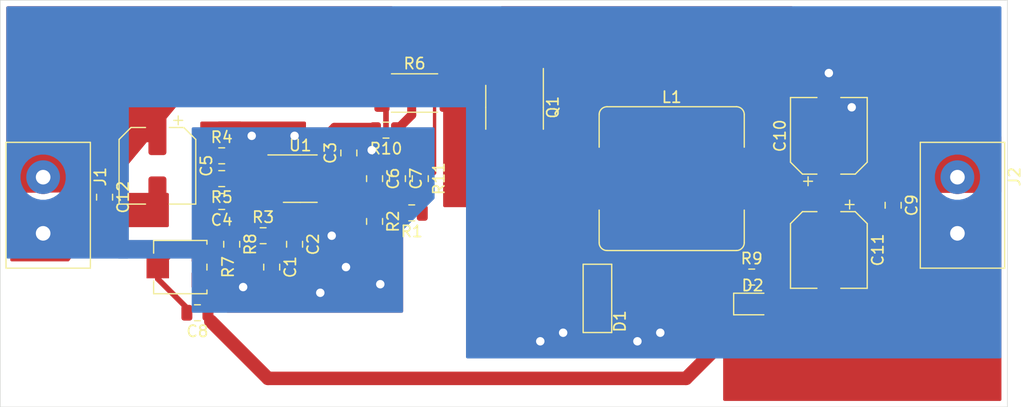
<source format=kicad_pcb>
(kicad_pcb (version 20171130) (host pcbnew "(5.1.2)-1")

  (general
    (thickness 1.6)
    (drawings 4)
    (tracks 118)
    (zones 0)
    (modules 30)
    (nets 18)
  )

  (page A4)
  (layers
    (0 F.Cu signal)
    (31 B.Cu signal)
    (32 B.Adhes user)
    (33 F.Adhes user)
    (34 B.Paste user)
    (35 F.Paste user)
    (36 B.SilkS user)
    (37 F.SilkS user)
    (38 B.Mask user)
    (39 F.Mask user)
    (40 Dwgs.User user)
    (41 Cmts.User user)
    (42 Eco1.User user)
    (43 Eco2.User user)
    (44 Edge.Cuts user)
    (45 Margin user)
    (46 B.CrtYd user)
    (47 F.CrtYd user)
    (48 B.Fab user)
    (49 F.Fab user hide)
  )

  (setup
    (last_trace_width 0.25)
    (user_trace_width 0.3)
    (user_trace_width 0.4)
    (user_trace_width 0.5)
    (user_trace_width 0.8)
    (user_trace_width 1.2)
    (user_trace_width 3)
    (trace_clearance 0.2)
    (zone_clearance 0.508)
    (zone_45_only no)
    (trace_min 0.2)
    (via_size 0.8)
    (via_drill 0.4)
    (via_min_size 0.4)
    (via_min_drill 0.3)
    (uvia_size 0.3)
    (uvia_drill 0.1)
    (uvias_allowed no)
    (uvia_min_size 0.2)
    (uvia_min_drill 0.1)
    (edge_width 0.05)
    (segment_width 0.2)
    (pcb_text_width 0.3)
    (pcb_text_size 1.5 1.5)
    (mod_edge_width 0.12)
    (mod_text_size 1 1)
    (mod_text_width 0.15)
    (pad_size 1.524 1.524)
    (pad_drill 0.762)
    (pad_to_mask_clearance 0.051)
    (solder_mask_min_width 0.25)
    (aux_axis_origin 0 0)
    (visible_elements 7FFFFFFF)
    (pcbplotparams
      (layerselection 0x010fc_ffffffff)
      (usegerberextensions false)
      (usegerberattributes false)
      (usegerberadvancedattributes false)
      (creategerberjobfile false)
      (excludeedgelayer true)
      (linewidth 0.100000)
      (plotframeref false)
      (viasonmask false)
      (mode 1)
      (useauxorigin false)
      (hpglpennumber 1)
      (hpglpenspeed 20)
      (hpglpendiameter 15.000000)
      (psnegative false)
      (psa4output false)
      (plotreference true)
      (plotvalue true)
      (plotinvisibletext false)
      (padsonsilk false)
      (subtractmaskfromsilk false)
      (outputformat 1)
      (mirror false)
      (drillshape 1)
      (scaleselection 1)
      (outputdirectory ""))
  )

  (net 0 "")
  (net 1 GND)
  (net 2 "Net-(C1-Pad1)")
  (net 3 "Net-(C2-Pad1)")
  (net 4 VDC)
  (net 5 "Net-(C4-Pad1)")
  (net 6 "Net-(C6-Pad2)")
  (net 7 "Net-(C7-Pad2)")
  (net 8 "Net-(C8-Pad2)")
  (net 9 "Net-(D1-Pad1)")
  (net 10 "Net-(D2-Pad2)")
  (net 11 "Net-(R1-Pad2)")
  (net 12 "Net-(R4-Pad2)")
  (net 13 "Net-(R5-Pad1)")
  (net 14 "Net-(Q1-Pad4)")
  (net 15 /VOUT)
  (net 16 "Net-(R10-Pad2)")
  (net 17 "Net-(R1-Pad1)")

  (net_class Default "This is the default net class."
    (clearance 0.2)
    (trace_width 0.25)
    (via_dia 0.8)
    (via_drill 0.4)
    (uvia_dia 0.3)
    (uvia_drill 0.1)
    (add_net /VOUT)
    (add_net GND)
    (add_net "Net-(C1-Pad1)")
    (add_net "Net-(C2-Pad1)")
    (add_net "Net-(C4-Pad1)")
    (add_net "Net-(C6-Pad2)")
    (add_net "Net-(C7-Pad2)")
    (add_net "Net-(C8-Pad2)")
    (add_net "Net-(D1-Pad1)")
    (add_net "Net-(D2-Pad2)")
    (add_net "Net-(Q1-Pad4)")
    (add_net "Net-(R1-Pad1)")
    (add_net "Net-(R1-Pad2)")
    (add_net "Net-(R10-Pad2)")
    (add_net "Net-(R4-Pad2)")
    (add_net "Net-(R5-Pad1)")
    (add_net VDC)
  )

  (module Capacitor_SMD:C_0805_2012Metric (layer F.Cu) (tedit 5B36C52B) (tstamp 5D102647)
    (at 114.681 89.281 270)
    (descr "Capacitor SMD 0805 (2012 Metric), square (rectangular) end terminal, IPC_7351 nominal, (Body size source: https://docs.google.com/spreadsheets/d/1BsfQQcO9C6DZCsRaXUlFlo91Tg2WpOkGARC1WS5S8t0/edit?usp=sharing), generated with kicad-footprint-generator")
    (tags capacitor)
    (path /5D10FA78)
    (attr smd)
    (fp_text reference C12 (at 0 -1.65 90) (layer F.SilkS)
      (effects (font (size 1 1) (thickness 0.15)))
    )
    (fp_text value 10u/50V (at 0 1.65 90) (layer F.Fab)
      (effects (font (size 1 1) (thickness 0.15)))
    )
    (fp_text user %R (at 0 0 90) (layer F.Fab)
      (effects (font (size 0.5 0.5) (thickness 0.08)))
    )
    (fp_line (start 1.68 0.95) (end -1.68 0.95) (layer F.CrtYd) (width 0.05))
    (fp_line (start 1.68 -0.95) (end 1.68 0.95) (layer F.CrtYd) (width 0.05))
    (fp_line (start -1.68 -0.95) (end 1.68 -0.95) (layer F.CrtYd) (width 0.05))
    (fp_line (start -1.68 0.95) (end -1.68 -0.95) (layer F.CrtYd) (width 0.05))
    (fp_line (start -0.258578 0.71) (end 0.258578 0.71) (layer F.SilkS) (width 0.12))
    (fp_line (start -0.258578 -0.71) (end 0.258578 -0.71) (layer F.SilkS) (width 0.12))
    (fp_line (start 1 0.6) (end -1 0.6) (layer F.Fab) (width 0.1))
    (fp_line (start 1 -0.6) (end 1 0.6) (layer F.Fab) (width 0.1))
    (fp_line (start -1 -0.6) (end 1 -0.6) (layer F.Fab) (width 0.1))
    (fp_line (start -1 0.6) (end -1 -0.6) (layer F.Fab) (width 0.1))
    (pad 2 smd roundrect (at 0.9375 0 270) (size 0.975 1.4) (layers F.Cu F.Paste F.Mask) (roundrect_rratio 0.25)
      (net 1 GND))
    (pad 1 smd roundrect (at -0.9375 0 270) (size 0.975 1.4) (layers F.Cu F.Paste F.Mask) (roundrect_rratio 0.25)
      (net 4 VDC))
    (model ${KISYS3DMOD}/Capacitor_SMD.3dshapes/C_0805_2012Metric.wrl
      (at (xyz 0 0 0))
      (scale (xyz 1 1 1))
      (rotate (xyz 0 0 0))
    )
  )

  (module Potentiometer_SMD:Potentiometer_Bourns_3314J_Vertical (layer F.Cu) (tedit 5A81E1D7) (tstamp 5CFE4795)
    (at 121.412 95.504 270)
    (descr "Potentiometer, vertical, Bourns 3314J, http://www.bourns.com/docs/Product-Datasheets/3314.pdf")
    (tags "Potentiometer vertical Bourns 3314J")
    (path /5D07793D)
    (attr smd)
    (fp_text reference R7 (at 0 -4.25 90) (layer F.SilkS)
      (effects (font (size 1 1) (thickness 0.15)))
    )
    (fp_text value 100K (at 0 4.25 90) (layer F.Fab)
      (effects (font (size 1 1) (thickness 0.15)))
    )
    (fp_text user %R (at 0 -1.7 90) (layer F.Fab)
      (effects (font (size 0.63 0.63) (thickness 0.15)))
    )
    (fp_line (start 2.5 -3.25) (end -2.5 -3.25) (layer F.CrtYd) (width 0.05))
    (fp_line (start 2.5 3.25) (end 2.5 -3.25) (layer F.CrtYd) (width 0.05))
    (fp_line (start -2.5 3.25) (end 2.5 3.25) (layer F.CrtYd) (width 0.05))
    (fp_line (start -2.5 -3.25) (end -2.5 3.25) (layer F.CrtYd) (width 0.05))
    (fp_line (start 2.37 -2.37) (end 2.37 2.37) (layer F.SilkS) (width 0.12))
    (fp_line (start -2.37 -2.37) (end -2.37 2.37) (layer F.SilkS) (width 0.12))
    (fp_line (start 1.24 2.37) (end 2.37 2.37) (layer F.SilkS) (width 0.12))
    (fp_line (start -2.37 2.37) (end -1.24 2.37) (layer F.SilkS) (width 0.12))
    (fp_line (start -0.259 -2.37) (end 0.26 -2.37) (layer F.SilkS) (width 0.12))
    (fp_line (start -2.37 -2.37) (end -2.039 -2.37) (layer F.SilkS) (width 0.12))
    (fp_line (start 2.04 -2.37) (end 2.37 -2.37) (layer F.SilkS) (width 0.12))
    (fp_line (start 0 0.99) (end 0.001 -0.989) (layer F.Fab) (width 0.1))
    (fp_line (start 0 0.99) (end 0.001 -0.989) (layer F.Fab) (width 0.1))
    (fp_line (start 2.25 -2.25) (end -2.25 -2.25) (layer F.Fab) (width 0.1))
    (fp_line (start 2.25 2.25) (end 2.25 -2.25) (layer F.Fab) (width 0.1))
    (fp_line (start -2.25 2.25) (end 2.25 2.25) (layer F.Fab) (width 0.1))
    (fp_line (start -2.25 -2.25) (end -2.25 2.25) (layer F.Fab) (width 0.1))
    (fp_circle (center 0 0) (end 1 0) (layer F.Fab) (width 0.1))
    (pad 3 smd rect (at -1.15 -2 270) (size 1.3 2) (layers F.Cu F.Paste F.Mask)
      (net 8 "Net-(C8-Pad2)"))
    (pad 2 smd rect (at 0 2 270) (size 2 2) (layers F.Cu F.Paste F.Mask)
      (net 8 "Net-(C8-Pad2)"))
    (pad 1 smd rect (at 1.15 -2 270) (size 1.3 2) (layers F.Cu F.Paste F.Mask)
      (net 15 /VOUT))
    (model ${KISYS3DMOD}/Potentiometer_SMD.3dshapes/Potentiometer_Bourns_3314J_Vertical.wrl
      (at (xyz 0 0 0))
      (scale (xyz 1 1 1))
      (rotate (xyz 0 0 0))
    )
  )

  (module Resistor_SMD:R_0805_2012Metric (layer F.Cu) (tedit 5B36C52B) (tstamp 5CFD7BE1)
    (at 138.684 91.44 270)
    (descr "Resistor SMD 0805 (2012 Metric), square (rectangular) end terminal, IPC_7351 nominal, (Body size source: https://docs.google.com/spreadsheets/d/1BsfQQcO9C6DZCsRaXUlFlo91Tg2WpOkGARC1WS5S8t0/edit?usp=sharing), generated with kicad-footprint-generator")
    (tags resistor)
    (path /5CF56FE7)
    (attr smd)
    (fp_text reference R2 (at 0 -1.65 90) (layer F.SilkS)
      (effects (font (size 1 1) (thickness 0.15)))
    )
    (fp_text value 33K (at 0 1.65 90) (layer F.Fab)
      (effects (font (size 1 1) (thickness 0.15)))
    )
    (fp_text user %R (at 0 0 90) (layer F.Fab)
      (effects (font (size 0.5 0.5) (thickness 0.08)))
    )
    (fp_line (start 1.68 0.95) (end -1.68 0.95) (layer F.CrtYd) (width 0.05))
    (fp_line (start 1.68 -0.95) (end 1.68 0.95) (layer F.CrtYd) (width 0.05))
    (fp_line (start -1.68 -0.95) (end 1.68 -0.95) (layer F.CrtYd) (width 0.05))
    (fp_line (start -1.68 0.95) (end -1.68 -0.95) (layer F.CrtYd) (width 0.05))
    (fp_line (start -0.258578 0.71) (end 0.258578 0.71) (layer F.SilkS) (width 0.12))
    (fp_line (start -0.258578 -0.71) (end 0.258578 -0.71) (layer F.SilkS) (width 0.12))
    (fp_line (start 1 0.6) (end -1 0.6) (layer F.Fab) (width 0.1))
    (fp_line (start 1 -0.6) (end 1 0.6) (layer F.Fab) (width 0.1))
    (fp_line (start -1 -0.6) (end 1 -0.6) (layer F.Fab) (width 0.1))
    (fp_line (start -1 0.6) (end -1 -0.6) (layer F.Fab) (width 0.1))
    (pad 2 smd roundrect (at 0.9375 0 270) (size 0.975 1.4) (layers F.Cu F.Paste F.Mask) (roundrect_rratio 0.25)
      (net 1 GND))
    (pad 1 smd roundrect (at -0.9375 0 270) (size 0.975 1.4) (layers F.Cu F.Paste F.Mask) (roundrect_rratio 0.25)
      (net 11 "Net-(R1-Pad2)"))
    (model ${KISYS3DMOD}/Resistor_SMD.3dshapes/R_0805_2012Metric.wrl
      (at (xyz 0 0 0))
      (scale (xyz 1 1 1))
      (rotate (xyz 0 0 0))
    )
  )

  (module Resistor_SMD:R_0805_2012Metric (layer F.Cu) (tedit 5B36C52B) (tstamp 5D0C0E13)
    (at 142.748 87.63 270)
    (descr "Resistor SMD 0805 (2012 Metric), square (rectangular) end terminal, IPC_7351 nominal, (Body size source: https://docs.google.com/spreadsheets/d/1BsfQQcO9C6DZCsRaXUlFlo91Tg2WpOkGARC1WS5S8t0/edit?usp=sharing), generated with kicad-footprint-generator")
    (tags resistor)
    (path /5D0DF114)
    (attr smd)
    (fp_text reference R11 (at 0 -1.651 90) (layer F.SilkS)
      (effects (font (size 1 1) (thickness 0.15)))
    )
    (fp_text value 0 (at 0 1.65 90) (layer F.Fab)
      (effects (font (size 1 1) (thickness 0.15)))
    )
    (fp_text user %R (at 0 0 90) (layer F.Fab)
      (effects (font (size 0.5 0.5) (thickness 0.08)))
    )
    (fp_line (start 1.68 0.95) (end -1.68 0.95) (layer F.CrtYd) (width 0.05))
    (fp_line (start 1.68 -0.95) (end 1.68 0.95) (layer F.CrtYd) (width 0.05))
    (fp_line (start -1.68 -0.95) (end 1.68 -0.95) (layer F.CrtYd) (width 0.05))
    (fp_line (start -1.68 0.95) (end -1.68 -0.95) (layer F.CrtYd) (width 0.05))
    (fp_line (start -0.258578 0.71) (end 0.258578 0.71) (layer F.SilkS) (width 0.12))
    (fp_line (start -0.258578 -0.71) (end 0.258578 -0.71) (layer F.SilkS) (width 0.12))
    (fp_line (start 1 0.6) (end -1 0.6) (layer F.Fab) (width 0.1))
    (fp_line (start 1 -0.6) (end 1 0.6) (layer F.Fab) (width 0.1))
    (fp_line (start -1 -0.6) (end 1 -0.6) (layer F.Fab) (width 0.1))
    (fp_line (start -1 0.6) (end -1 -0.6) (layer F.Fab) (width 0.1))
    (pad 2 smd roundrect (at 0.9375 0 270) (size 0.975 1.4) (layers F.Cu F.Paste F.Mask) (roundrect_rratio 0.25)
      (net 17 "Net-(R1-Pad1)"))
    (pad 1 smd roundrect (at -0.9375 0 270) (size 0.975 1.4) (layers F.Cu F.Paste F.Mask) (roundrect_rratio 0.25)
      (net 4 VDC))
    (model ${KISYS3DMOD}/Resistor_SMD.3dshapes/R_0805_2012Metric.wrl
      (at (xyz 0 0 0))
      (scale (xyz 1 1 1))
      (rotate (xyz 0 0 0))
    )
  )

  (module Package_SO:MSOP-12-1EP_3x4mm_P0.65mm_EP1.65x2.85mm (layer F.Cu) (tedit 5C59F590) (tstamp 5CFD8179)
    (at 132.08 87.63)
    (descr "MSOP, 12 Pin (https://www.analog.com/media/en/technical-documentation/data-sheets/3652fe.pdf#page=24), generated with kicad-footprint-generator ipc_gullwing_generator.py")
    (tags "MSOP SO")
    (path /5CF4E57B)
    (attr smd)
    (fp_text reference U1 (at 0 -2.95) (layer F.SilkS)
      (effects (font (size 1 1) (thickness 0.15)))
    )
    (fp_text value LTC3864 (at 0 2.95) (layer F.Fab)
      (effects (font (size 1 1) (thickness 0.15)))
    )
    (fp_text user %R (at 0 0) (layer F.Fab)
      (effects (font (size 0.75 0.75) (thickness 0.11)))
    )
    (fp_line (start 3.12 -2.25) (end -3.12 -2.25) (layer F.CrtYd) (width 0.05))
    (fp_line (start 3.12 2.25) (end 3.12 -2.25) (layer F.CrtYd) (width 0.05))
    (fp_line (start -3.12 2.25) (end 3.12 2.25) (layer F.CrtYd) (width 0.05))
    (fp_line (start -3.12 -2.25) (end -3.12 2.25) (layer F.CrtYd) (width 0.05))
    (fp_line (start -1.5 -1.25) (end -0.75 -2) (layer F.Fab) (width 0.1))
    (fp_line (start -1.5 2) (end -1.5 -1.25) (layer F.Fab) (width 0.1))
    (fp_line (start 1.5 2) (end -1.5 2) (layer F.Fab) (width 0.1))
    (fp_line (start 1.5 -2) (end 1.5 2) (layer F.Fab) (width 0.1))
    (fp_line (start -0.75 -2) (end 1.5 -2) (layer F.Fab) (width 0.1))
    (fp_line (start 0 -2.11) (end -2.875 -2.11) (layer F.SilkS) (width 0.12))
    (fp_line (start 0 -2.11) (end 1.5 -2.11) (layer F.SilkS) (width 0.12))
    (fp_line (start 0 2.11) (end -1.5 2.11) (layer F.SilkS) (width 0.12))
    (fp_line (start 0 2.11) (end 1.5 2.11) (layer F.SilkS) (width 0.12))
    (pad 12 smd roundrect (at 2.15 -1.625) (size 1.45 0.4) (layers F.Cu F.Paste F.Mask) (roundrect_rratio 0.25)
      (net 16 "Net-(R10-Pad2)"))
    (pad 11 smd roundrect (at 2.15 -0.975) (size 1.45 0.4) (layers F.Cu F.Paste F.Mask) (roundrect_rratio 0.25)
      (net 4 VDC))
    (pad 10 smd roundrect (at 2.15 -0.325) (size 1.45 0.4) (layers F.Cu F.Paste F.Mask) (roundrect_rratio 0.25)
      (net 7 "Net-(C7-Pad2)"))
    (pad 9 smd roundrect (at 2.15 0.325) (size 1.45 0.4) (layers F.Cu F.Paste F.Mask) (roundrect_rratio 0.25)
      (net 6 "Net-(C6-Pad2)"))
    (pad 8 smd roundrect (at 2.15 0.975) (size 1.45 0.4) (layers F.Cu F.Paste F.Mask) (roundrect_rratio 0.25)
      (net 11 "Net-(R1-Pad2)"))
    (pad 7 smd roundrect (at 2.15 1.625) (size 1.45 0.4) (layers F.Cu F.Paste F.Mask) (roundrect_rratio 0.25))
    (pad 6 smd roundrect (at -2.15 1.625) (size 1.45 0.4) (layers F.Cu F.Paste F.Mask) (roundrect_rratio 0.25)
      (net 3 "Net-(C2-Pad1)"))
    (pad 5 smd roundrect (at -2.15 0.975) (size 1.45 0.4) (layers F.Cu F.Paste F.Mask) (roundrect_rratio 0.25)
      (net 8 "Net-(C8-Pad2)"))
    (pad 4 smd roundrect (at -2.15 0.325) (size 1.45 0.4) (layers F.Cu F.Paste F.Mask) (roundrect_rratio 0.25)
      (net 5 "Net-(C4-Pad1)"))
    (pad 3 smd roundrect (at -2.15 -0.325) (size 1.45 0.4) (layers F.Cu F.Paste F.Mask) (roundrect_rratio 0.25)
      (net 1 GND))
    (pad 2 smd roundrect (at -2.15 -0.975) (size 1.45 0.4) (layers F.Cu F.Paste F.Mask) (roundrect_rratio 0.25)
      (net 13 "Net-(R5-Pad1)"))
    (pad 1 smd roundrect (at -2.15 -1.625) (size 1.45 0.4) (layers F.Cu F.Paste F.Mask) (roundrect_rratio 0.25)
      (net 12 "Net-(R4-Pad2)"))
    (pad "" smd roundrect (at 0.41 0.71) (size 0.67 1.15) (layers F.Paste) (roundrect_rratio 0.25))
    (pad "" smd roundrect (at 0.41 -0.71) (size 0.67 1.15) (layers F.Paste) (roundrect_rratio 0.25))
    (pad "" smd roundrect (at -0.41 0.71) (size 0.67 1.15) (layers F.Paste) (roundrect_rratio 0.25))
    (pad "" smd roundrect (at -0.41 -0.71) (size 0.67 1.15) (layers F.Paste) (roundrect_rratio 0.25))
    (pad 13 smd roundrect (at 0 0) (size 1.65 2.85) (layers F.Cu F.Mask) (roundrect_rratio 0.151515)
      (net 1 GND))
    (model ${KISYS3DMOD}/Package_SO.3dshapes/MSOP-12-1EP_3x4mm_P0.65mm_EP1.65x2.85mm.wrl
      (at (xyz 0 0 0))
      (scale (xyz 1 1 1))
      (rotate (xyz 0 0 0))
    )
  )

  (module Resistor_SMD:R_0805_2012Metric (layer F.Cu) (tedit 5B36C52B) (tstamp 5CFEC714)
    (at 139.7 83.312 180)
    (descr "Resistor SMD 0805 (2012 Metric), square (rectangular) end terminal, IPC_7351 nominal, (Body size source: https://docs.google.com/spreadsheets/d/1BsfQQcO9C6DZCsRaXUlFlo91Tg2WpOkGARC1WS5S8t0/edit?usp=sharing), generated with kicad-footprint-generator")
    (tags resistor)
    (path /5D1397D4)
    (attr smd)
    (fp_text reference R10 (at 0 -1.65) (layer F.SilkS)
      (effects (font (size 1 1) (thickness 0.15)))
    )
    (fp_text value 0 (at 0 1.65) (layer F.Fab)
      (effects (font (size 1 1) (thickness 0.15)))
    )
    (fp_text user %R (at 0 0) (layer F.Fab)
      (effects (font (size 0.5 0.5) (thickness 0.08)))
    )
    (fp_line (start 1.68 0.95) (end -1.68 0.95) (layer F.CrtYd) (width 0.05))
    (fp_line (start 1.68 -0.95) (end 1.68 0.95) (layer F.CrtYd) (width 0.05))
    (fp_line (start -1.68 -0.95) (end 1.68 -0.95) (layer F.CrtYd) (width 0.05))
    (fp_line (start -1.68 0.95) (end -1.68 -0.95) (layer F.CrtYd) (width 0.05))
    (fp_line (start -0.258578 0.71) (end 0.258578 0.71) (layer F.SilkS) (width 0.12))
    (fp_line (start -0.258578 -0.71) (end 0.258578 -0.71) (layer F.SilkS) (width 0.12))
    (fp_line (start 1 0.6) (end -1 0.6) (layer F.Fab) (width 0.1))
    (fp_line (start 1 -0.6) (end 1 0.6) (layer F.Fab) (width 0.1))
    (fp_line (start -1 -0.6) (end 1 -0.6) (layer F.Fab) (width 0.1))
    (fp_line (start -1 0.6) (end -1 -0.6) (layer F.Fab) (width 0.1))
    (pad 2 smd roundrect (at 0.9375 0 180) (size 0.975 1.4) (layers F.Cu F.Paste F.Mask) (roundrect_rratio 0.25)
      (net 16 "Net-(R10-Pad2)"))
    (pad 1 smd roundrect (at -0.9375 0 180) (size 0.975 1.4) (layers F.Cu F.Paste F.Mask) (roundrect_rratio 0.25)
      (net 14 "Net-(Q1-Pad4)"))
    (model ${KISYS3DMOD}/Resistor_SMD.3dshapes/R_0805_2012Metric.wrl
      (at (xyz 0 0 0))
      (scale (xyz 1 1 1))
      (rotate (xyz 0 0 0))
    )
  )

  (module Resistor_SMD:R_2512_6332Metric (layer F.Cu) (tedit 5B301BBD) (tstamp 5CFD7C25)
    (at 142.24 80.01)
    (descr "Resistor SMD 2512 (6332 Metric), square (rectangular) end terminal, IPC_7351 nominal, (Body size source: http://www.tortai-tech.com/upload/download/2011102023233369053.pdf), generated with kicad-footprint-generator")
    (tags resistor)
    (path /5CF86CAD)
    (attr smd)
    (fp_text reference R6 (at 0 -2.62) (layer F.SilkS)
      (effects (font (size 1 1) (thickness 0.15)))
    )
    (fp_text value 0.015 (at 0 2.62) (layer F.Fab)
      (effects (font (size 1 1) (thickness 0.15)))
    )
    (fp_text user %R (at 0 0) (layer F.Fab)
      (effects (font (size 1 1) (thickness 0.15)))
    )
    (fp_line (start 3.82 1.92) (end -3.82 1.92) (layer F.CrtYd) (width 0.05))
    (fp_line (start 3.82 -1.92) (end 3.82 1.92) (layer F.CrtYd) (width 0.05))
    (fp_line (start -3.82 -1.92) (end 3.82 -1.92) (layer F.CrtYd) (width 0.05))
    (fp_line (start -3.82 1.92) (end -3.82 -1.92) (layer F.CrtYd) (width 0.05))
    (fp_line (start -2.052064 1.71) (end 2.052064 1.71) (layer F.SilkS) (width 0.12))
    (fp_line (start -2.052064 -1.71) (end 2.052064 -1.71) (layer F.SilkS) (width 0.12))
    (fp_line (start 3.15 1.6) (end -3.15 1.6) (layer F.Fab) (width 0.1))
    (fp_line (start 3.15 -1.6) (end 3.15 1.6) (layer F.Fab) (width 0.1))
    (fp_line (start -3.15 -1.6) (end 3.15 -1.6) (layer F.Fab) (width 0.1))
    (fp_line (start -3.15 1.6) (end -3.15 -1.6) (layer F.Fab) (width 0.1))
    (pad 2 smd roundrect (at 2.9 0) (size 1.35 3.35) (layers F.Cu F.Paste F.Mask) (roundrect_rratio 0.185185)
      (net 7 "Net-(C7-Pad2)"))
    (pad 1 smd roundrect (at -2.9 0) (size 1.35 3.35) (layers F.Cu F.Paste F.Mask) (roundrect_rratio 0.185185)
      (net 4 VDC))
    (model ${KISYS3DMOD}/Resistor_SMD.3dshapes/R_2512_6332Metric.wrl
      (at (xyz 0 0 0))
      (scale (xyz 1 1 1))
      (rotate (xyz 0 0 0))
    )
  )

  (module Capacitor_SMD:C_0805_2012Metric (layer F.Cu) (tedit 5B36C52B) (tstamp 5CFD7A68)
    (at 138.684 87.63 270)
    (descr "Capacitor SMD 0805 (2012 Metric), square (rectangular) end terminal, IPC_7351 nominal, (Body size source: https://docs.google.com/spreadsheets/d/1BsfQQcO9C6DZCsRaXUlFlo91Tg2WpOkGARC1WS5S8t0/edit?usp=sharing), generated with kicad-footprint-generator")
    (tags capacitor)
    (path /5CF78FB9)
    (attr smd)
    (fp_text reference C6 (at 0 -1.65 90) (layer F.SilkS)
      (effects (font (size 1 1) (thickness 0.15)))
    )
    (fp_text value 470n (at 0 1.65 90) (layer F.Fab)
      (effects (font (size 1 1) (thickness 0.15)))
    )
    (fp_text user %R (at 0 0 90) (layer F.Fab)
      (effects (font (size 0.5 0.5) (thickness 0.08)))
    )
    (fp_line (start 1.68 0.95) (end -1.68 0.95) (layer F.CrtYd) (width 0.05))
    (fp_line (start 1.68 -0.95) (end 1.68 0.95) (layer F.CrtYd) (width 0.05))
    (fp_line (start -1.68 -0.95) (end 1.68 -0.95) (layer F.CrtYd) (width 0.05))
    (fp_line (start -1.68 0.95) (end -1.68 -0.95) (layer F.CrtYd) (width 0.05))
    (fp_line (start -0.258578 0.71) (end 0.258578 0.71) (layer F.SilkS) (width 0.12))
    (fp_line (start -0.258578 -0.71) (end 0.258578 -0.71) (layer F.SilkS) (width 0.12))
    (fp_line (start 1 0.6) (end -1 0.6) (layer F.Fab) (width 0.1))
    (fp_line (start 1 -0.6) (end 1 0.6) (layer F.Fab) (width 0.1))
    (fp_line (start -1 -0.6) (end 1 -0.6) (layer F.Fab) (width 0.1))
    (fp_line (start -1 0.6) (end -1 -0.6) (layer F.Fab) (width 0.1))
    (pad 2 smd roundrect (at 0.9375 0 270) (size 0.975 1.4) (layers F.Cu F.Paste F.Mask) (roundrect_rratio 0.25)
      (net 6 "Net-(C6-Pad2)"))
    (pad 1 smd roundrect (at -0.9375 0 270) (size 0.975 1.4) (layers F.Cu F.Paste F.Mask) (roundrect_rratio 0.25)
      (net 4 VDC))
    (model ${KISYS3DMOD}/Capacitor_SMD.3dshapes/C_0805_2012Metric.wrl
      (at (xyz 0 0 0))
      (scale (xyz 1 1 1))
      (rotate (xyz 0 0 0))
    )
  )

  (module Connector:691102710002 (layer F.Cu) (tedit 5CFD944E) (tstamp 5CFE6F24)
    (at 190.5 90 270)
    (path /5D065E71)
    (fp_text reference J2 (at -2.54 -5.08 90) (layer F.SilkS)
      (effects (font (size 1 1) (thickness 0.15)))
    )
    (fp_text value Screw_Terminal_01x02 (at 6.35 -5.08 90) (layer F.Fab)
      (effects (font (size 1 1) (thickness 0.15)))
    )
    (fp_line (start 5.6 -4.2) (end 5.6 3.3) (layer F.SilkS) (width 0.12))
    (fp_line (start -5.6 -4.2) (end 5.6 -4.2) (layer F.SilkS) (width 0.12))
    (fp_line (start -5.6 3.3) (end 5.6 3.3) (layer F.SilkS) (width 0.12))
    (fp_line (start -5.6 -4.2) (end -5.6 3.3) (layer F.SilkS) (width 0.12))
    (pad 2 thru_hole circle (at 2.5 0 270) (size 3 3) (drill 1.3) (layers *.Cu *.Mask)
      (net 1 GND))
    (pad 1 thru_hole circle (at -2.5 0 270) (size 3 3) (drill 1.3) (layers *.Cu *.Mask)
      (net 15 /VOUT))
  )

  (module Connector:691102710002 (layer F.Cu) (tedit 5CFD944E) (tstamp 5CFE3D56)
    (at 109.22 90 270)
    (path /5D06500E)
    (fp_text reference J1 (at -2.54 -5.08 90) (layer F.SilkS)
      (effects (font (size 1 1) (thickness 0.15)))
    )
    (fp_text value Screw_Terminal_01x02 (at 6.35 -5.08 90) (layer F.Fab)
      (effects (font (size 1 1) (thickness 0.15)))
    )
    (fp_line (start 5.6 -4.2) (end 5.6 3.3) (layer F.SilkS) (width 0.12))
    (fp_line (start -5.6 -4.2) (end 5.6 -4.2) (layer F.SilkS) (width 0.12))
    (fp_line (start -5.6 3.3) (end 5.6 3.3) (layer F.SilkS) (width 0.12))
    (fp_line (start -5.6 -4.2) (end -5.6 3.3) (layer F.SilkS) (width 0.12))
    (pad 2 thru_hole circle (at 2.5 0 270) (size 3 3) (drill 1.3) (layers *.Cu *.Mask)
      (net 1 GND))
    (pad 1 thru_hole circle (at -2.5 0 270) (size 3 3) (drill 1.3) (layers *.Cu *.Mask)
      (net 4 VDC))
  )

  (module Diode_SMD:D_PowerDI-5 locked (layer F.Cu) (tedit 5CFD8FE6) (tstamp 5CFD7B81)
    (at 158.496 100.33 270)
    (descr http://www.diodes.com/_files/datasheets/ds30497.pdf)
    (tags "PowerDI diode vishay")
    (path /5CF90B20)
    (attr smd)
    (fp_text reference D1 (at 0 -2 90) (layer F.SilkS)
      (effects (font (size 1 1) (thickness 0.15)))
    )
    (fp_text value PDS760 (at 0 2.5 90) (layer F.Fab)
      (effects (font (size 1 1) (thickness 0.15)))
    )
    (fp_line (start 1 -1.27) (end 1 1.27) (layer F.SilkS) (width 0.12))
    (fp_line (start -5.08 1.27) (end -5.08 -1.27) (layer F.SilkS) (width 0.12))
    (fp_line (start -5.08 1.27) (end 1 1.27) (layer F.SilkS) (width 0.12))
    (fp_line (start 1 -1.27) (end -5.08 -1.27) (layer F.SilkS) (width 0.12))
    (fp_line (start -2.5 1.3) (end -2.5 -1.3) (layer F.CrtYd) (width 0.05))
    (fp_line (start -2.5 -1.3) (end 2.5 -1.3) (layer F.CrtYd) (width 0.05))
    (fp_line (start 2.5 -1.3) (end 2.5 1.3) (layer F.CrtYd) (width 0.05))
    (fp_line (start 2.5 1.3) (end -2.5 1.3) (layer F.CrtYd) (width 0.05))
    (fp_line (start -1.4 -0.9) (end 1.4 -0.9) (layer F.Fab) (width 0.1))
    (fp_line (start 1.4 -0.9) (end 1.4 0.9) (layer F.Fab) (width 0.1))
    (fp_line (start 1.4 0.9) (end -1.4 0.9) (layer F.Fab) (width 0.1))
    (fp_line (start -1.4 0.9) (end -1.4 -0.9) (layer F.Fab) (width 0.1))
    (fp_line (start -0.8 0) (end -0.5 0) (layer F.Fab) (width 0.1))
    (fp_line (start -0.5 0) (end -0.5 -0.5) (layer F.Fab) (width 0.1))
    (fp_line (start -0.5 0) (end -0.5 0.5) (layer F.Fab) (width 0.1))
    (fp_line (start -0.5 0) (end 0.3 0.5) (layer F.Fab) (width 0.1))
    (fp_line (start 0.3 0.5) (end 0.3 -0.5) (layer F.Fab) (width 0.1))
    (fp_line (start 0.3 -0.5) (end -0.5 0) (layer F.Fab) (width 0.1))
    (fp_line (start 0.3 0) (end 0.7 0) (layer F.Fab) (width 0.1))
    (fp_text user %R (at 0 -2 90) (layer F.Fab)
      (effects (font (size 1 1) (thickness 0.15)))
    )
    (pad 2 smd rect (at 1.126 0.92 180) (size 1.4 1.39) (layers F.Cu F.Paste F.Mask)
      (net 1 GND))
    (pad 2 smd rect (at 1.126 -0.92 180) (size 1.4 1.39) (layers F.Cu F.Paste F.Mask)
      (net 1 GND))
    (pad 1 smd rect (at -2.856 0 90) (size 4.86 3.36) (layers F.Cu F.Paste F.Mask)
      (net 9 "Net-(D1-Pad1)"))
    (model ${KISYS3DMOD}/Diode_SMD.3dshapes/D_PowerDI-123.wrl
      (at (xyz 0 0 0))
      (scale (xyz 1 1 1))
      (rotate (xyz 0 0 0))
    )
  )

  (module Capacitor_SMD:CP_Elec_6.3x7.7 (layer F.Cu) (tedit 5BCA39D0) (tstamp 5D102A85)
    (at 119.38 86.487 270)
    (descr "SMD capacitor, aluminum electrolytic, Nichicon, 6.3x7.7mm")
    (tags "capacitor electrolytic")
    (path /5CF730E9)
    (attr smd)
    (fp_text reference C5 (at 0 -4.35 90) (layer F.SilkS)
      (effects (font (size 1 1) (thickness 0.15)))
    )
    (fp_text value 47u/50V (at 0 4.35 90) (layer F.Fab)
      (effects (font (size 1 1) (thickness 0.15)))
    )
    (fp_text user %R (at 0 0 90) (layer F.Fab)
      (effects (font (size 1 1) (thickness 0.15)))
    )
    (fp_line (start -4.7 1.05) (end -3.55 1.05) (layer F.CrtYd) (width 0.05))
    (fp_line (start -4.7 -1.05) (end -4.7 1.05) (layer F.CrtYd) (width 0.05))
    (fp_line (start -3.55 -1.05) (end -4.7 -1.05) (layer F.CrtYd) (width 0.05))
    (fp_line (start -3.55 1.05) (end -3.55 2.4) (layer F.CrtYd) (width 0.05))
    (fp_line (start -3.55 -2.4) (end -3.55 -1.05) (layer F.CrtYd) (width 0.05))
    (fp_line (start -3.55 -2.4) (end -2.4 -3.55) (layer F.CrtYd) (width 0.05))
    (fp_line (start -3.55 2.4) (end -2.4 3.55) (layer F.CrtYd) (width 0.05))
    (fp_line (start -2.4 -3.55) (end 3.55 -3.55) (layer F.CrtYd) (width 0.05))
    (fp_line (start -2.4 3.55) (end 3.55 3.55) (layer F.CrtYd) (width 0.05))
    (fp_line (start 3.55 1.05) (end 3.55 3.55) (layer F.CrtYd) (width 0.05))
    (fp_line (start 4.7 1.05) (end 3.55 1.05) (layer F.CrtYd) (width 0.05))
    (fp_line (start 4.7 -1.05) (end 4.7 1.05) (layer F.CrtYd) (width 0.05))
    (fp_line (start 3.55 -1.05) (end 4.7 -1.05) (layer F.CrtYd) (width 0.05))
    (fp_line (start 3.55 -3.55) (end 3.55 -1.05) (layer F.CrtYd) (width 0.05))
    (fp_line (start -4.04375 -2.24125) (end -4.04375 -1.45375) (layer F.SilkS) (width 0.12))
    (fp_line (start -4.4375 -1.8475) (end -3.65 -1.8475) (layer F.SilkS) (width 0.12))
    (fp_line (start -3.41 2.345563) (end -2.345563 3.41) (layer F.SilkS) (width 0.12))
    (fp_line (start -3.41 -2.345563) (end -2.345563 -3.41) (layer F.SilkS) (width 0.12))
    (fp_line (start -3.41 -2.345563) (end -3.41 -1.06) (layer F.SilkS) (width 0.12))
    (fp_line (start -3.41 2.345563) (end -3.41 1.06) (layer F.SilkS) (width 0.12))
    (fp_line (start -2.345563 3.41) (end 3.41 3.41) (layer F.SilkS) (width 0.12))
    (fp_line (start -2.345563 -3.41) (end 3.41 -3.41) (layer F.SilkS) (width 0.12))
    (fp_line (start 3.41 -3.41) (end 3.41 -1.06) (layer F.SilkS) (width 0.12))
    (fp_line (start 3.41 3.41) (end 3.41 1.06) (layer F.SilkS) (width 0.12))
    (fp_line (start -2.389838 -1.645) (end -2.389838 -1.015) (layer F.Fab) (width 0.1))
    (fp_line (start -2.704838 -1.33) (end -2.074838 -1.33) (layer F.Fab) (width 0.1))
    (fp_line (start -3.3 2.3) (end -2.3 3.3) (layer F.Fab) (width 0.1))
    (fp_line (start -3.3 -2.3) (end -2.3 -3.3) (layer F.Fab) (width 0.1))
    (fp_line (start -3.3 -2.3) (end -3.3 2.3) (layer F.Fab) (width 0.1))
    (fp_line (start -2.3 3.3) (end 3.3 3.3) (layer F.Fab) (width 0.1))
    (fp_line (start -2.3 -3.3) (end 3.3 -3.3) (layer F.Fab) (width 0.1))
    (fp_line (start 3.3 -3.3) (end 3.3 3.3) (layer F.Fab) (width 0.1))
    (fp_circle (center 0 0) (end 3.15 0) (layer F.Fab) (width 0.1))
    (pad 2 smd roundrect (at 2.7 0 270) (size 3.5 1.6) (layers F.Cu F.Paste F.Mask) (roundrect_rratio 0.15625)
      (net 1 GND))
    (pad 1 smd roundrect (at -2.7 0 270) (size 3.5 1.6) (layers F.Cu F.Paste F.Mask) (roundrect_rratio 0.15625)
      (net 4 VDC))
    (model ${KISYS3DMOD}/Capacitor_SMD.3dshapes/CP_Elec_6.3x7.7.wrl
      (at (xyz 0 0 0))
      (scale (xyz 1 1 1))
      (rotate (xyz 0 0 0))
    )
  )

  (module Capacitor_SMD:CP_Elec_6.3x5.8 (layer F.Cu) (tedit 5BCA39D0) (tstamp 5CFDC6C9)
    (at 179.07 93.98 270)
    (descr "SMD capacitor, aluminum electrolytic, Nichicon, 6.3x5.8mm")
    (tags "capacitor electrolytic")
    (path /5D017276)
    (attr smd)
    (fp_text reference C11 (at 0 -4.35 90) (layer F.SilkS)
      (effects (font (size 1 1) (thickness 0.15)))
    )
    (fp_text value 47u/35V (at 0 4.35 90) (layer F.Fab)
      (effects (font (size 1 1) (thickness 0.15)))
    )
    (fp_text user %R (at 0 0 90) (layer F.Fab)
      (effects (font (size 1 1) (thickness 0.15)))
    )
    (fp_line (start -4.7 1.05) (end -3.55 1.05) (layer F.CrtYd) (width 0.05))
    (fp_line (start -4.7 -1.05) (end -4.7 1.05) (layer F.CrtYd) (width 0.05))
    (fp_line (start -3.55 -1.05) (end -4.7 -1.05) (layer F.CrtYd) (width 0.05))
    (fp_line (start -3.55 1.05) (end -3.55 2.4) (layer F.CrtYd) (width 0.05))
    (fp_line (start -3.55 -2.4) (end -3.55 -1.05) (layer F.CrtYd) (width 0.05))
    (fp_line (start -3.55 -2.4) (end -2.4 -3.55) (layer F.CrtYd) (width 0.05))
    (fp_line (start -3.55 2.4) (end -2.4 3.55) (layer F.CrtYd) (width 0.05))
    (fp_line (start -2.4 -3.55) (end 3.55 -3.55) (layer F.CrtYd) (width 0.05))
    (fp_line (start -2.4 3.55) (end 3.55 3.55) (layer F.CrtYd) (width 0.05))
    (fp_line (start 3.55 1.05) (end 3.55 3.55) (layer F.CrtYd) (width 0.05))
    (fp_line (start 4.7 1.05) (end 3.55 1.05) (layer F.CrtYd) (width 0.05))
    (fp_line (start 4.7 -1.05) (end 4.7 1.05) (layer F.CrtYd) (width 0.05))
    (fp_line (start 3.55 -1.05) (end 4.7 -1.05) (layer F.CrtYd) (width 0.05))
    (fp_line (start 3.55 -3.55) (end 3.55 -1.05) (layer F.CrtYd) (width 0.05))
    (fp_line (start -4.04375 -2.24125) (end -4.04375 -1.45375) (layer F.SilkS) (width 0.12))
    (fp_line (start -4.4375 -1.8475) (end -3.65 -1.8475) (layer F.SilkS) (width 0.12))
    (fp_line (start -3.41 2.345563) (end -2.345563 3.41) (layer F.SilkS) (width 0.12))
    (fp_line (start -3.41 -2.345563) (end -2.345563 -3.41) (layer F.SilkS) (width 0.12))
    (fp_line (start -3.41 -2.345563) (end -3.41 -1.06) (layer F.SilkS) (width 0.12))
    (fp_line (start -3.41 2.345563) (end -3.41 1.06) (layer F.SilkS) (width 0.12))
    (fp_line (start -2.345563 3.41) (end 3.41 3.41) (layer F.SilkS) (width 0.12))
    (fp_line (start -2.345563 -3.41) (end 3.41 -3.41) (layer F.SilkS) (width 0.12))
    (fp_line (start 3.41 -3.41) (end 3.41 -1.06) (layer F.SilkS) (width 0.12))
    (fp_line (start 3.41 3.41) (end 3.41 1.06) (layer F.SilkS) (width 0.12))
    (fp_line (start -2.389838 -1.645) (end -2.389838 -1.015) (layer F.Fab) (width 0.1))
    (fp_line (start -2.704838 -1.33) (end -2.074838 -1.33) (layer F.Fab) (width 0.1))
    (fp_line (start -3.3 2.3) (end -2.3 3.3) (layer F.Fab) (width 0.1))
    (fp_line (start -3.3 -2.3) (end -2.3 -3.3) (layer F.Fab) (width 0.1))
    (fp_line (start -3.3 -2.3) (end -3.3 2.3) (layer F.Fab) (width 0.1))
    (fp_line (start -2.3 3.3) (end 3.3 3.3) (layer F.Fab) (width 0.1))
    (fp_line (start -2.3 -3.3) (end 3.3 -3.3) (layer F.Fab) (width 0.1))
    (fp_line (start 3.3 -3.3) (end 3.3 3.3) (layer F.Fab) (width 0.1))
    (fp_circle (center 0 0) (end 3.15 0) (layer F.Fab) (width 0.1))
    (pad 2 smd roundrect (at 2.7 0 270) (size 3.5 1.6) (layers F.Cu F.Paste F.Mask) (roundrect_rratio 0.15625)
      (net 1 GND))
    (pad 1 smd roundrect (at -2.7 0 270) (size 3.5 1.6) (layers F.Cu F.Paste F.Mask) (roundrect_rratio 0.15625)
      (net 15 /VOUT))
    (model ${KISYS3DMOD}/Capacitor_SMD.3dshapes/CP_Elec_6.3x5.8.wrl
      (at (xyz 0 0 0))
      (scale (xyz 1 1 1))
      (rotate (xyz 0 0 0))
    )
  )

  (module Capacitor_SMD:CP_Elec_6.3x5.8 (layer F.Cu) (tedit 5BCA39D0) (tstamp 5CFD7B65)
    (at 179.07 83.82 90)
    (descr "SMD capacitor, aluminum electrolytic, Nichicon, 6.3x5.8mm")
    (tags "capacitor electrolytic")
    (path /5CF98BF1)
    (attr smd)
    (fp_text reference C10 (at 0 -4.35 90) (layer F.SilkS)
      (effects (font (size 1 1) (thickness 0.15)))
    )
    (fp_text value 47u/35V (at 0 4.35 90) (layer F.Fab)
      (effects (font (size 1 1) (thickness 0.15)))
    )
    (fp_text user %R (at 0 0 90) (layer F.Fab)
      (effects (font (size 1 1) (thickness 0.15)))
    )
    (fp_line (start -4.7 1.05) (end -3.55 1.05) (layer F.CrtYd) (width 0.05))
    (fp_line (start -4.7 -1.05) (end -4.7 1.05) (layer F.CrtYd) (width 0.05))
    (fp_line (start -3.55 -1.05) (end -4.7 -1.05) (layer F.CrtYd) (width 0.05))
    (fp_line (start -3.55 1.05) (end -3.55 2.4) (layer F.CrtYd) (width 0.05))
    (fp_line (start -3.55 -2.4) (end -3.55 -1.05) (layer F.CrtYd) (width 0.05))
    (fp_line (start -3.55 -2.4) (end -2.4 -3.55) (layer F.CrtYd) (width 0.05))
    (fp_line (start -3.55 2.4) (end -2.4 3.55) (layer F.CrtYd) (width 0.05))
    (fp_line (start -2.4 -3.55) (end 3.55 -3.55) (layer F.CrtYd) (width 0.05))
    (fp_line (start -2.4 3.55) (end 3.55 3.55) (layer F.CrtYd) (width 0.05))
    (fp_line (start 3.55 1.05) (end 3.55 3.55) (layer F.CrtYd) (width 0.05))
    (fp_line (start 4.7 1.05) (end 3.55 1.05) (layer F.CrtYd) (width 0.05))
    (fp_line (start 4.7 -1.05) (end 4.7 1.05) (layer F.CrtYd) (width 0.05))
    (fp_line (start 3.55 -1.05) (end 4.7 -1.05) (layer F.CrtYd) (width 0.05))
    (fp_line (start 3.55 -3.55) (end 3.55 -1.05) (layer F.CrtYd) (width 0.05))
    (fp_line (start -4.04375 -2.24125) (end -4.04375 -1.45375) (layer F.SilkS) (width 0.12))
    (fp_line (start -4.4375 -1.8475) (end -3.65 -1.8475) (layer F.SilkS) (width 0.12))
    (fp_line (start -3.41 2.345563) (end -2.345563 3.41) (layer F.SilkS) (width 0.12))
    (fp_line (start -3.41 -2.345563) (end -2.345563 -3.41) (layer F.SilkS) (width 0.12))
    (fp_line (start -3.41 -2.345563) (end -3.41 -1.06) (layer F.SilkS) (width 0.12))
    (fp_line (start -3.41 2.345563) (end -3.41 1.06) (layer F.SilkS) (width 0.12))
    (fp_line (start -2.345563 3.41) (end 3.41 3.41) (layer F.SilkS) (width 0.12))
    (fp_line (start -2.345563 -3.41) (end 3.41 -3.41) (layer F.SilkS) (width 0.12))
    (fp_line (start 3.41 -3.41) (end 3.41 -1.06) (layer F.SilkS) (width 0.12))
    (fp_line (start 3.41 3.41) (end 3.41 1.06) (layer F.SilkS) (width 0.12))
    (fp_line (start -2.389838 -1.645) (end -2.389838 -1.015) (layer F.Fab) (width 0.1))
    (fp_line (start -2.704838 -1.33) (end -2.074838 -1.33) (layer F.Fab) (width 0.1))
    (fp_line (start -3.3 2.3) (end -2.3 3.3) (layer F.Fab) (width 0.1))
    (fp_line (start -3.3 -2.3) (end -2.3 -3.3) (layer F.Fab) (width 0.1))
    (fp_line (start -3.3 -2.3) (end -3.3 2.3) (layer F.Fab) (width 0.1))
    (fp_line (start -2.3 3.3) (end 3.3 3.3) (layer F.Fab) (width 0.1))
    (fp_line (start -2.3 -3.3) (end 3.3 -3.3) (layer F.Fab) (width 0.1))
    (fp_line (start 3.3 -3.3) (end 3.3 3.3) (layer F.Fab) (width 0.1))
    (fp_circle (center 0 0) (end 3.15 0) (layer F.Fab) (width 0.1))
    (pad 2 smd roundrect (at 2.7 0 90) (size 3.5 1.6) (layers F.Cu F.Paste F.Mask) (roundrect_rratio 0.15625)
      (net 1 GND))
    (pad 1 smd roundrect (at -2.7 0 90) (size 3.5 1.6) (layers F.Cu F.Paste F.Mask) (roundrect_rratio 0.15625)
      (net 15 /VOUT))
    (model ${KISYS3DMOD}/Capacitor_SMD.3dshapes/CP_Elec_6.3x5.8.wrl
      (at (xyz 0 0 0))
      (scale (xyz 1 1 1))
      (rotate (xyz 0 0 0))
    )
  )

  (module Inductor_SMD:L_Bourns_SRP1245A (layer F.Cu) (tedit 5AD32382) (tstamp 5CFD7BA5)
    (at 165.1 87.63)
    (descr "Bourns SRP1245A series SMD inductor http://www.bourns.com/docs/Product-Datasheets/SRP1245A.pdf")
    (tags "Bourns SRP1245A SMD inductor")
    (path /5CF8EB93)
    (attr smd)
    (fp_text reference L1 (at 0 -7.25) (layer F.SilkS)
      (effects (font (size 1 1) (thickness 0.15)))
    )
    (fp_text value 10u (at 0 7.4) (layer F.Fab)
      (effects (font (size 1 1) (thickness 0.15)))
    )
    (fp_line (start -7.35 -2.75) (end -6.55 -2.75) (layer F.CrtYd) (width 0.05))
    (fp_line (start -6.55 5.7) (end -6.55 2.75) (layer F.CrtYd) (width 0.05))
    (fp_line (start -6.55 -2.75) (end -6.55 -5.7) (layer F.CrtYd) (width 0.05))
    (fp_line (start -7.35 2.75) (end -6.55 2.75) (layer F.CrtYd) (width 0.05))
    (fp_line (start -7.35 2.75) (end -7.35 -2.75) (layer F.CrtYd) (width 0.05))
    (fp_line (start 6.55 2.75) (end 6.55 5.7) (layer F.CrtYd) (width 0.05))
    (fp_line (start 6.55 -5.7) (end 6.55 -2.75) (layer F.CrtYd) (width 0.05))
    (fp_line (start 7.35 -2.75) (end 7.35 2.75) (layer F.CrtYd) (width 0.05))
    (fp_line (start 7.35 -2.75) (end 6.55 -2.75) (layer F.CrtYd) (width 0.05))
    (fp_line (start 7.35 2.75) (end 6.55 2.75) (layer F.CrtYd) (width 0.05))
    (fp_line (start -5.75 -6.25) (end 5.75 -6.25) (layer F.Fab) (width 0.1))
    (fp_line (start -6.3 -5.75) (end -6.3 5.7) (layer F.Fab) (width 0.1))
    (fp_line (start 5.75 6.25) (end -5.75 6.25) (layer F.Fab) (width 0.1))
    (fp_line (start 6.3 -5.7) (end 6.3 5.7) (layer F.Fab) (width 0.1))
    (fp_line (start -5.75 -6.4) (end 5.75 -6.4) (layer F.SilkS) (width 0.12))
    (fp_line (start -6.45 -5.75) (end -6.45 -2.8) (layer F.SilkS) (width 0.12))
    (fp_line (start 5.75 6.4) (end -5.75 6.4) (layer F.SilkS) (width 0.12))
    (fp_line (start 6.45 -5.7) (end 6.45 -2.8) (layer F.SilkS) (width 0.12))
    (fp_line (start -5.75 -6.5) (end 5.75 -6.5) (layer F.CrtYd) (width 0.05))
    (fp_line (start 5.75 6.5) (end -5.75 6.5) (layer F.CrtYd) (width 0.05))
    (fp_text user %R (at 0 0) (layer F.Fab)
      (effects (font (size 1 1) (thickness 0.15)))
    )
    (fp_arc (start -5.75 -5.7) (end -5.75 -6.25) (angle -90) (layer F.Fab) (width 0.1))
    (fp_arc (start 5.75 -5.7) (end 6.3 -5.7) (angle -90) (layer F.Fab) (width 0.1))
    (fp_arc (start 5.75 5.7) (end 5.75 6.25) (angle -90) (layer F.Fab) (width 0.1))
    (fp_arc (start -5.75 5.7) (end -6.3 5.7) (angle -90) (layer F.Fab) (width 0.1))
    (fp_line (start -6.45 2.8) (end -6.45 5.7) (layer F.SilkS) (width 0.12))
    (fp_line (start 6.45 2.8) (end 6.45 5.7) (layer F.SilkS) (width 0.12))
    (fp_arc (start -5.75 -5.7) (end -5.75 -6.4) (angle -90) (layer F.SilkS) (width 0.12))
    (fp_arc (start -5.75 5.7) (end -6.45 5.7) (angle -90) (layer F.SilkS) (width 0.12))
    (fp_arc (start 5.75 5.7) (end 5.75 6.4) (angle -90) (layer F.SilkS) (width 0.12))
    (fp_arc (start 5.75 -5.7) (end 6.45 -5.7) (angle -90) (layer F.SilkS) (width 0.12))
    (fp_arc (start -5.75 -5.7) (end -5.75 -6.5) (angle -90) (layer F.CrtYd) (width 0.05))
    (fp_arc (start -5.75 5.7) (end -6.55 5.7) (angle -90) (layer F.CrtYd) (width 0.05))
    (fp_arc (start 5.75 5.7) (end 5.75 6.5) (angle -90) (layer F.CrtYd) (width 0.05))
    (fp_arc (start 5.75 -5.7) (end 6.55 -5.7) (angle -90) (layer F.CrtYd) (width 0.05))
    (pad 2 smd rect (at 5.55 0) (size 3.1 5) (layers F.Cu F.Paste F.Mask)
      (net 15 /VOUT))
    (pad 1 smd rect (at -5.55 0) (size 3.1 5) (layers F.Cu F.Paste F.Mask)
      (net 9 "Net-(D1-Pad1)"))
    (model ${KISYS3DMOD}/Inductor_SMD.3dshapes/L_Bourns_SRP1245A.wrl
      (at (xyz 0 0 0))
      (scale (xyz 1 1 1))
      (rotate (xyz 0 0 0))
    )
  )

  (module Package_SO:SOIC-8_3.9x4.9mm_P1.27mm (layer F.Cu) (tedit 5C97300E) (tstamp 5CFD935B)
    (at 151.13 81.28 270)
    (descr "SOIC, 8 Pin (JEDEC MS-012AA, https://www.analog.com/media/en/package-pcb-resources/package/pkg_pdf/soic_narrow-r/r_8.pdf), generated with kicad-footprint-generator ipc_gullwing_generator.py")
    (tags "SOIC SO")
    (path /5D008475)
    (attr smd)
    (fp_text reference Q1 (at 0 -3.4 90) (layer F.SilkS)
      (effects (font (size 1 1) (thickness 0.15)))
    )
    (fp_text value FDS4685 (at 0 3.4 90) (layer F.Fab)
      (effects (font (size 1 1) (thickness 0.15)))
    )
    (fp_text user %R (at 0 0 90) (layer F.Fab)
      (effects (font (size 0.98 0.98) (thickness 0.15)))
    )
    (fp_line (start 3.7 -2.7) (end -3.7 -2.7) (layer F.CrtYd) (width 0.05))
    (fp_line (start 3.7 2.7) (end 3.7 -2.7) (layer F.CrtYd) (width 0.05))
    (fp_line (start -3.7 2.7) (end 3.7 2.7) (layer F.CrtYd) (width 0.05))
    (fp_line (start -3.7 -2.7) (end -3.7 2.7) (layer F.CrtYd) (width 0.05))
    (fp_line (start -1.95 -1.475) (end -0.975 -2.45) (layer F.Fab) (width 0.1))
    (fp_line (start -1.95 2.45) (end -1.95 -1.475) (layer F.Fab) (width 0.1))
    (fp_line (start 1.95 2.45) (end -1.95 2.45) (layer F.Fab) (width 0.1))
    (fp_line (start 1.95 -2.45) (end 1.95 2.45) (layer F.Fab) (width 0.1))
    (fp_line (start -0.975 -2.45) (end 1.95 -2.45) (layer F.Fab) (width 0.1))
    (fp_line (start 0 -2.56) (end -3.45 -2.56) (layer F.SilkS) (width 0.12))
    (fp_line (start 0 -2.56) (end 1.95 -2.56) (layer F.SilkS) (width 0.12))
    (fp_line (start 0 2.56) (end -1.95 2.56) (layer F.SilkS) (width 0.12))
    (fp_line (start 0 2.56) (end 1.95 2.56) (layer F.SilkS) (width 0.12))
    (pad 8 smd roundrect (at 2.475 -1.905 270) (size 1.95 0.6) (layers F.Cu F.Paste F.Mask) (roundrect_rratio 0.25)
      (net 7 "Net-(C7-Pad2)"))
    (pad 7 smd roundrect (at 2.475 -0.635 270) (size 1.95 0.6) (layers F.Cu F.Paste F.Mask) (roundrect_rratio 0.25)
      (net 7 "Net-(C7-Pad2)"))
    (pad 6 smd roundrect (at 2.475 0.635 270) (size 1.95 0.6) (layers F.Cu F.Paste F.Mask) (roundrect_rratio 0.25)
      (net 7 "Net-(C7-Pad2)"))
    (pad 5 smd roundrect (at 2.475 1.905 270) (size 1.95 0.6) (layers F.Cu F.Paste F.Mask) (roundrect_rratio 0.25)
      (net 7 "Net-(C7-Pad2)"))
    (pad 4 smd roundrect (at -2.475 1.905 270) (size 1.95 0.6) (layers F.Cu F.Paste F.Mask) (roundrect_rratio 0.25)
      (net 14 "Net-(Q1-Pad4)"))
    (pad 3 smd roundrect (at -2.475 0.635 270) (size 1.95 0.6) (layers F.Cu F.Paste F.Mask) (roundrect_rratio 0.25)
      (net 9 "Net-(D1-Pad1)"))
    (pad 2 smd roundrect (at -2.475 -0.635 270) (size 1.95 0.6) (layers F.Cu F.Paste F.Mask) (roundrect_rratio 0.25)
      (net 9 "Net-(D1-Pad1)"))
    (pad 1 smd roundrect (at -2.475 -1.905 270) (size 1.95 0.6) (layers F.Cu F.Paste F.Mask) (roundrect_rratio 0.25)
      (net 9 "Net-(D1-Pad1)"))
    (model ${KISYS3DMOD}/Package_SO.3dshapes/SOIC-8_3.9x4.9mm_P1.27mm.wrl
      (at (xyz 0 0 0))
      (scale (xyz 1 1 1))
      (rotate (xyz 0 0 0))
    )
  )

  (module Resistor_SMD:R_0805_2012Metric (layer F.Cu) (tedit 5B36C52B) (tstamp 5CFD7C58)
    (at 172.212 96.393)
    (descr "Resistor SMD 0805 (2012 Metric), square (rectangular) end terminal, IPC_7351 nominal, (Body size source: https://docs.google.com/spreadsheets/d/1BsfQQcO9C6DZCsRaXUlFlo91Tg2WpOkGARC1WS5S8t0/edit?usp=sharing), generated with kicad-footprint-generator")
    (tags resistor)
    (path /5CFDF9A6)
    (attr smd)
    (fp_text reference R9 (at 0 -1.65) (layer F.SilkS)
      (effects (font (size 1 1) (thickness 0.15)))
    )
    (fp_text value 5K (at 0 1.65) (layer F.Fab)
      (effects (font (size 1 1) (thickness 0.15)))
    )
    (fp_text user %R (at 0 0) (layer F.Fab)
      (effects (font (size 0.5 0.5) (thickness 0.08)))
    )
    (fp_line (start 1.68 0.95) (end -1.68 0.95) (layer F.CrtYd) (width 0.05))
    (fp_line (start 1.68 -0.95) (end 1.68 0.95) (layer F.CrtYd) (width 0.05))
    (fp_line (start -1.68 -0.95) (end 1.68 -0.95) (layer F.CrtYd) (width 0.05))
    (fp_line (start -1.68 0.95) (end -1.68 -0.95) (layer F.CrtYd) (width 0.05))
    (fp_line (start -0.258578 0.71) (end 0.258578 0.71) (layer F.SilkS) (width 0.12))
    (fp_line (start -0.258578 -0.71) (end 0.258578 -0.71) (layer F.SilkS) (width 0.12))
    (fp_line (start 1 0.6) (end -1 0.6) (layer F.Fab) (width 0.1))
    (fp_line (start 1 -0.6) (end 1 0.6) (layer F.Fab) (width 0.1))
    (fp_line (start -1 -0.6) (end 1 -0.6) (layer F.Fab) (width 0.1))
    (fp_line (start -1 0.6) (end -1 -0.6) (layer F.Fab) (width 0.1))
    (pad 2 smd roundrect (at 0.9375 0) (size 0.975 1.4) (layers F.Cu F.Paste F.Mask) (roundrect_rratio 0.25)
      (net 10 "Net-(D2-Pad2)"))
    (pad 1 smd roundrect (at -0.9375 0) (size 0.975 1.4) (layers F.Cu F.Paste F.Mask) (roundrect_rratio 0.25)
      (net 15 /VOUT))
    (model ${KISYS3DMOD}/Resistor_SMD.3dshapes/R_0805_2012Metric.wrl
      (at (xyz 0 0 0))
      (scale (xyz 1 1 1))
      (rotate (xyz 0 0 0))
    )
  )

  (module Resistor_SMD:R_0805_2012Metric (layer F.Cu) (tedit 5B36C52B) (tstamp 5CFD7C47)
    (at 125.984 93.472 270)
    (descr "Resistor SMD 0805 (2012 Metric), square (rectangular) end terminal, IPC_7351 nominal, (Body size source: https://docs.google.com/spreadsheets/d/1BsfQQcO9C6DZCsRaXUlFlo91Tg2WpOkGARC1WS5S8t0/edit?usp=sharing), generated with kicad-footprint-generator")
    (tags resistor)
    (path /5CF94B35)
    (attr smd)
    (fp_text reference R8 (at 0 -1.65 90) (layer F.SilkS)
      (effects (font (size 1 1) (thickness 0.15)))
    )
    (fp_text value 5K6 (at 0 1.65 90) (layer F.Fab)
      (effects (font (size 1 1) (thickness 0.15)))
    )
    (fp_text user %R (at 0 0 90) (layer F.Fab)
      (effects (font (size 0.5 0.5) (thickness 0.08)))
    )
    (fp_line (start 1.68 0.95) (end -1.68 0.95) (layer F.CrtYd) (width 0.05))
    (fp_line (start 1.68 -0.95) (end 1.68 0.95) (layer F.CrtYd) (width 0.05))
    (fp_line (start -1.68 -0.95) (end 1.68 -0.95) (layer F.CrtYd) (width 0.05))
    (fp_line (start -1.68 0.95) (end -1.68 -0.95) (layer F.CrtYd) (width 0.05))
    (fp_line (start -0.258578 0.71) (end 0.258578 0.71) (layer F.SilkS) (width 0.12))
    (fp_line (start -0.258578 -0.71) (end 0.258578 -0.71) (layer F.SilkS) (width 0.12))
    (fp_line (start 1 0.6) (end -1 0.6) (layer F.Fab) (width 0.1))
    (fp_line (start 1 -0.6) (end 1 0.6) (layer F.Fab) (width 0.1))
    (fp_line (start -1 -0.6) (end 1 -0.6) (layer F.Fab) (width 0.1))
    (fp_line (start -1 0.6) (end -1 -0.6) (layer F.Fab) (width 0.1))
    (pad 2 smd roundrect (at 0.9375 0 270) (size 0.975 1.4) (layers F.Cu F.Paste F.Mask) (roundrect_rratio 0.25)
      (net 1 GND))
    (pad 1 smd roundrect (at -0.9375 0 270) (size 0.975 1.4) (layers F.Cu F.Paste F.Mask) (roundrect_rratio 0.25)
      (net 8 "Net-(C8-Pad2)"))
    (model ${KISYS3DMOD}/Resistor_SMD.3dshapes/R_0805_2012Metric.wrl
      (at (xyz 0 0 0))
      (scale (xyz 1 1 1))
      (rotate (xyz 0 0 0))
    )
  )

  (module Resistor_SMD:R_0805_2012Metric (layer F.Cu) (tedit 5B36C52B) (tstamp 5D0DA7DF)
    (at 125.095 87.63 180)
    (descr "Resistor SMD 0805 (2012 Metric), square (rectangular) end terminal, IPC_7351 nominal, (Body size source: https://docs.google.com/spreadsheets/d/1BsfQQcO9C6DZCsRaXUlFlo91Tg2WpOkGARC1WS5S8t0/edit?usp=sharing), generated with kicad-footprint-generator")
    (tags resistor)
    (path /5CFAEFE3)
    (attr smd)
    (fp_text reference R5 (at 0 -1.65) (layer F.SilkS)
      (effects (font (size 1 1) (thickness 0.15)))
    )
    (fp_text value 0 (at 0 1.65) (layer F.Fab)
      (effects (font (size 1 1) (thickness 0.15)))
    )
    (fp_text user %R (at 0 0) (layer F.Fab)
      (effects (font (size 0.5 0.5) (thickness 0.08)))
    )
    (fp_line (start 1.68 0.95) (end -1.68 0.95) (layer F.CrtYd) (width 0.05))
    (fp_line (start 1.68 -0.95) (end 1.68 0.95) (layer F.CrtYd) (width 0.05))
    (fp_line (start -1.68 -0.95) (end 1.68 -0.95) (layer F.CrtYd) (width 0.05))
    (fp_line (start -1.68 0.95) (end -1.68 -0.95) (layer F.CrtYd) (width 0.05))
    (fp_line (start -0.258578 0.71) (end 0.258578 0.71) (layer F.SilkS) (width 0.12))
    (fp_line (start -0.258578 -0.71) (end 0.258578 -0.71) (layer F.SilkS) (width 0.12))
    (fp_line (start 1 0.6) (end -1 0.6) (layer F.Fab) (width 0.1))
    (fp_line (start 1 -0.6) (end 1 0.6) (layer F.Fab) (width 0.1))
    (fp_line (start -1 -0.6) (end 1 -0.6) (layer F.Fab) (width 0.1))
    (fp_line (start -1 0.6) (end -1 -0.6) (layer F.Fab) (width 0.1))
    (pad 2 smd roundrect (at 0.9375 0 180) (size 0.975 1.4) (layers F.Cu F.Paste F.Mask) (roundrect_rratio 0.25)
      (net 1 GND))
    (pad 1 smd roundrect (at -0.9375 0 180) (size 0.975 1.4) (layers F.Cu F.Paste F.Mask) (roundrect_rratio 0.25)
      (net 13 "Net-(R5-Pad1)"))
    (model ${KISYS3DMOD}/Resistor_SMD.3dshapes/R_0805_2012Metric.wrl
      (at (xyz 0 0 0))
      (scale (xyz 1 1 1))
      (rotate (xyz 0 0 0))
    )
  )

  (module Resistor_SMD:R_0805_2012Metric (layer F.Cu) (tedit 5B36C52B) (tstamp 5CFEA3A3)
    (at 125.095 85.598)
    (descr "Resistor SMD 0805 (2012 Metric), square (rectangular) end terminal, IPC_7351 nominal, (Body size source: https://docs.google.com/spreadsheets/d/1BsfQQcO9C6DZCsRaXUlFlo91Tg2WpOkGARC1WS5S8t0/edit?usp=sharing), generated with kicad-footprint-generator")
    (tags resistor)
    (path /5CFACF14)
    (attr smd)
    (fp_text reference R4 (at 0 -1.65) (layer F.SilkS)
      (effects (font (size 1 1) (thickness 0.15)))
    )
    (fp_text value 0 (at 0 1.65) (layer F.Fab)
      (effects (font (size 1 1) (thickness 0.15)))
    )
    (fp_text user %R (at 0 0) (layer F.Fab)
      (effects (font (size 0.5 0.5) (thickness 0.08)))
    )
    (fp_line (start 1.68 0.95) (end -1.68 0.95) (layer F.CrtYd) (width 0.05))
    (fp_line (start 1.68 -0.95) (end 1.68 0.95) (layer F.CrtYd) (width 0.05))
    (fp_line (start -1.68 -0.95) (end 1.68 -0.95) (layer F.CrtYd) (width 0.05))
    (fp_line (start -1.68 0.95) (end -1.68 -0.95) (layer F.CrtYd) (width 0.05))
    (fp_line (start -0.258578 0.71) (end 0.258578 0.71) (layer F.SilkS) (width 0.12))
    (fp_line (start -0.258578 -0.71) (end 0.258578 -0.71) (layer F.SilkS) (width 0.12))
    (fp_line (start 1 0.6) (end -1 0.6) (layer F.Fab) (width 0.1))
    (fp_line (start 1 -0.6) (end 1 0.6) (layer F.Fab) (width 0.1))
    (fp_line (start -1 -0.6) (end 1 -0.6) (layer F.Fab) (width 0.1))
    (fp_line (start -1 0.6) (end -1 -0.6) (layer F.Fab) (width 0.1))
    (pad 2 smd roundrect (at 0.9375 0) (size 0.975 1.4) (layers F.Cu F.Paste F.Mask) (roundrect_rratio 0.25)
      (net 12 "Net-(R4-Pad2)"))
    (pad 1 smd roundrect (at -0.9375 0) (size 0.975 1.4) (layers F.Cu F.Paste F.Mask) (roundrect_rratio 0.25)
      (net 1 GND))
    (model ${KISYS3DMOD}/Resistor_SMD.3dshapes/R_0805_2012Metric.wrl
      (at (xyz 0 0 0))
      (scale (xyz 1 1 1))
      (rotate (xyz 0 0 0))
    )
  )

  (module Resistor_SMD:R_0805_2012Metric (layer F.Cu) (tedit 5B36C52B) (tstamp 5CFD7BF2)
    (at 128.778 92.71)
    (descr "Resistor SMD 0805 (2012 Metric), square (rectangular) end terminal, IPC_7351 nominal, (Body size source: https://docs.google.com/spreadsheets/d/1BsfQQcO9C6DZCsRaXUlFlo91Tg2WpOkGARC1WS5S8t0/edit?usp=sharing), generated with kicad-footprint-generator")
    (tags resistor)
    (path /5CF5638C)
    (attr smd)
    (fp_text reference R3 (at 0 -1.65) (layer F.SilkS)
      (effects (font (size 1 1) (thickness 0.15)))
    )
    (fp_text value 10K (at 0 1.65) (layer F.Fab)
      (effects (font (size 1 1) (thickness 0.15)))
    )
    (fp_text user %R (at 0 0) (layer F.Fab)
      (effects (font (size 0.5 0.5) (thickness 0.08)))
    )
    (fp_line (start 1.68 0.95) (end -1.68 0.95) (layer F.CrtYd) (width 0.05))
    (fp_line (start 1.68 -0.95) (end 1.68 0.95) (layer F.CrtYd) (width 0.05))
    (fp_line (start -1.68 -0.95) (end 1.68 -0.95) (layer F.CrtYd) (width 0.05))
    (fp_line (start -1.68 0.95) (end -1.68 -0.95) (layer F.CrtYd) (width 0.05))
    (fp_line (start -0.258578 0.71) (end 0.258578 0.71) (layer F.SilkS) (width 0.12))
    (fp_line (start -0.258578 -0.71) (end 0.258578 -0.71) (layer F.SilkS) (width 0.12))
    (fp_line (start 1 0.6) (end -1 0.6) (layer F.Fab) (width 0.1))
    (fp_line (start 1 -0.6) (end 1 0.6) (layer F.Fab) (width 0.1))
    (fp_line (start -1 -0.6) (end 1 -0.6) (layer F.Fab) (width 0.1))
    (fp_line (start -1 0.6) (end -1 -0.6) (layer F.Fab) (width 0.1))
    (pad 2 smd roundrect (at 0.9375 0) (size 0.975 1.4) (layers F.Cu F.Paste F.Mask) (roundrect_rratio 0.25)
      (net 3 "Net-(C2-Pad1)"))
    (pad 1 smd roundrect (at -0.9375 0) (size 0.975 1.4) (layers F.Cu F.Paste F.Mask) (roundrect_rratio 0.25)
      (net 2 "Net-(C1-Pad1)"))
    (model ${KISYS3DMOD}/Resistor_SMD.3dshapes/R_0805_2012Metric.wrl
      (at (xyz 0 0 0))
      (scale (xyz 1 1 1))
      (rotate (xyz 0 0 0))
    )
  )

  (module Resistor_SMD:R_0805_2012Metric (layer F.Cu) (tedit 5B36C52B) (tstamp 5CFD7BD0)
    (at 141.986 90.678 180)
    (descr "Resistor SMD 0805 (2012 Metric), square (rectangular) end terminal, IPC_7351 nominal, (Body size source: https://docs.google.com/spreadsheets/d/1BsfQQcO9C6DZCsRaXUlFlo91Tg2WpOkGARC1WS5S8t0/edit?usp=sharing), generated with kicad-footprint-generator")
    (tags resistor)
    (path /5CF567F1)
    (attr smd)
    (fp_text reference R1 (at 0 -1.65) (layer F.SilkS)
      (effects (font (size 1 1) (thickness 0.15)))
    )
    (fp_text value 390K (at 0 1.65) (layer F.Fab)
      (effects (font (size 1 1) (thickness 0.15)))
    )
    (fp_text user %R (at 0 0) (layer F.Fab)
      (effects (font (size 0.5 0.5) (thickness 0.08)))
    )
    (fp_line (start 1.68 0.95) (end -1.68 0.95) (layer F.CrtYd) (width 0.05))
    (fp_line (start 1.68 -0.95) (end 1.68 0.95) (layer F.CrtYd) (width 0.05))
    (fp_line (start -1.68 -0.95) (end 1.68 -0.95) (layer F.CrtYd) (width 0.05))
    (fp_line (start -1.68 0.95) (end -1.68 -0.95) (layer F.CrtYd) (width 0.05))
    (fp_line (start -0.258578 0.71) (end 0.258578 0.71) (layer F.SilkS) (width 0.12))
    (fp_line (start -0.258578 -0.71) (end 0.258578 -0.71) (layer F.SilkS) (width 0.12))
    (fp_line (start 1 0.6) (end -1 0.6) (layer F.Fab) (width 0.1))
    (fp_line (start 1 -0.6) (end 1 0.6) (layer F.Fab) (width 0.1))
    (fp_line (start -1 -0.6) (end 1 -0.6) (layer F.Fab) (width 0.1))
    (fp_line (start -1 0.6) (end -1 -0.6) (layer F.Fab) (width 0.1))
    (pad 2 smd roundrect (at 0.9375 0 180) (size 0.975 1.4) (layers F.Cu F.Paste F.Mask) (roundrect_rratio 0.25)
      (net 11 "Net-(R1-Pad2)"))
    (pad 1 smd roundrect (at -0.9375 0 180) (size 0.975 1.4) (layers F.Cu F.Paste F.Mask) (roundrect_rratio 0.25)
      (net 17 "Net-(R1-Pad1)"))
    (model ${KISYS3DMOD}/Resistor_SMD.3dshapes/R_0805_2012Metric.wrl
      (at (xyz 0 0 0))
      (scale (xyz 1 1 1))
      (rotate (xyz 0 0 0))
    )
  )

  (module LED_SMD:LED_0805_2012Metric (layer F.Cu) (tedit 5B36C52C) (tstamp 5CFD7B94)
    (at 172.292 98.788)
    (descr "LED SMD 0805 (2012 Metric), square (rectangular) end terminal, IPC_7351 nominal, (Body size source: https://docs.google.com/spreadsheets/d/1BsfQQcO9C6DZCsRaXUlFlo91Tg2WpOkGARC1WS5S8t0/edit?usp=sharing), generated with kicad-footprint-generator")
    (tags diode)
    (path /5CFDD649)
    (attr smd)
    (fp_text reference D2 (at 0 -1.65) (layer F.SilkS)
      (effects (font (size 1 1) (thickness 0.15)))
    )
    (fp_text value LED (at 0 1.65) (layer F.Fab)
      (effects (font (size 1 1) (thickness 0.15)))
    )
    (fp_text user %R (at 0 0) (layer F.Fab)
      (effects (font (size 0.5 0.5) (thickness 0.08)))
    )
    (fp_line (start 1.68 0.95) (end -1.68 0.95) (layer F.CrtYd) (width 0.05))
    (fp_line (start 1.68 -0.95) (end 1.68 0.95) (layer F.CrtYd) (width 0.05))
    (fp_line (start -1.68 -0.95) (end 1.68 -0.95) (layer F.CrtYd) (width 0.05))
    (fp_line (start -1.68 0.95) (end -1.68 -0.95) (layer F.CrtYd) (width 0.05))
    (fp_line (start -1.685 0.96) (end 1 0.96) (layer F.SilkS) (width 0.12))
    (fp_line (start -1.685 -0.96) (end -1.685 0.96) (layer F.SilkS) (width 0.12))
    (fp_line (start 1 -0.96) (end -1.685 -0.96) (layer F.SilkS) (width 0.12))
    (fp_line (start 1 0.6) (end 1 -0.6) (layer F.Fab) (width 0.1))
    (fp_line (start -1 0.6) (end 1 0.6) (layer F.Fab) (width 0.1))
    (fp_line (start -1 -0.3) (end -1 0.6) (layer F.Fab) (width 0.1))
    (fp_line (start -0.7 -0.6) (end -1 -0.3) (layer F.Fab) (width 0.1))
    (fp_line (start 1 -0.6) (end -0.7 -0.6) (layer F.Fab) (width 0.1))
    (pad 2 smd roundrect (at 0.9375 0) (size 0.975 1.4) (layers F.Cu F.Paste F.Mask) (roundrect_rratio 0.25)
      (net 10 "Net-(D2-Pad2)"))
    (pad 1 smd roundrect (at -0.9375 0) (size 0.975 1.4) (layers F.Cu F.Paste F.Mask) (roundrect_rratio 0.25)
      (net 1 GND))
    (model ${KISYS3DMOD}/LED_SMD.3dshapes/LED_0805_2012Metric.wrl
      (at (xyz 0 0 0))
      (scale (xyz 1 1 1))
      (rotate (xyz 0 0 0))
    )
  )

  (module Capacitor_SMD:C_0805_2012Metric (layer F.Cu) (tedit 5B36C52B) (tstamp 5CFD7A9B)
    (at 184.785 90 270)
    (descr "Capacitor SMD 0805 (2012 Metric), square (rectangular) end terminal, IPC_7351 nominal, (Body size source: https://docs.google.com/spreadsheets/d/1BsfQQcO9C6DZCsRaXUlFlo91Tg2WpOkGARC1WS5S8t0/edit?usp=sharing), generated with kicad-footprint-generator")
    (tags capacitor)
    (path /5CF98638)
    (attr smd)
    (fp_text reference C9 (at 0 -1.65 90) (layer F.SilkS)
      (effects (font (size 1 1) (thickness 0.15)))
    )
    (fp_text value 22u/25V (at 0 1.65 90) (layer F.Fab)
      (effects (font (size 1 1) (thickness 0.15)))
    )
    (fp_text user %R (at 0 0 90) (layer F.Fab)
      (effects (font (size 0.5 0.5) (thickness 0.08)))
    )
    (fp_line (start 1.68 0.95) (end -1.68 0.95) (layer F.CrtYd) (width 0.05))
    (fp_line (start 1.68 -0.95) (end 1.68 0.95) (layer F.CrtYd) (width 0.05))
    (fp_line (start -1.68 -0.95) (end 1.68 -0.95) (layer F.CrtYd) (width 0.05))
    (fp_line (start -1.68 0.95) (end -1.68 -0.95) (layer F.CrtYd) (width 0.05))
    (fp_line (start -0.258578 0.71) (end 0.258578 0.71) (layer F.SilkS) (width 0.12))
    (fp_line (start -0.258578 -0.71) (end 0.258578 -0.71) (layer F.SilkS) (width 0.12))
    (fp_line (start 1 0.6) (end -1 0.6) (layer F.Fab) (width 0.1))
    (fp_line (start 1 -0.6) (end 1 0.6) (layer F.Fab) (width 0.1))
    (fp_line (start -1 -0.6) (end 1 -0.6) (layer F.Fab) (width 0.1))
    (fp_line (start -1 0.6) (end -1 -0.6) (layer F.Fab) (width 0.1))
    (pad 2 smd roundrect (at 0.9375 0 270) (size 0.975 1.4) (layers F.Cu F.Paste F.Mask) (roundrect_rratio 0.25)
      (net 1 GND))
    (pad 1 smd roundrect (at -0.9375 0 270) (size 0.975 1.4) (layers F.Cu F.Paste F.Mask) (roundrect_rratio 0.25)
      (net 15 /VOUT))
    (model ${KISYS3DMOD}/Capacitor_SMD.3dshapes/C_0805_2012Metric.wrl
      (at (xyz 0 0 0))
      (scale (xyz 1 1 1))
      (rotate (xyz 0 0 0))
    )
  )

  (module Capacitor_SMD:C_0805_2012Metric (layer F.Cu) (tedit 5B36C52B) (tstamp 5CFD7A8A)
    (at 122.936 99.568 180)
    (descr "Capacitor SMD 0805 (2012 Metric), square (rectangular) end terminal, IPC_7351 nominal, (Body size source: https://docs.google.com/spreadsheets/d/1BsfQQcO9C6DZCsRaXUlFlo91Tg2WpOkGARC1WS5S8t0/edit?usp=sharing), generated with kicad-footprint-generator")
    (tags capacitor)
    (path /5CF97AEC)
    (attr smd)
    (fp_text reference C8 (at 0 -1.65) (layer F.SilkS)
      (effects (font (size 1 1) (thickness 0.15)))
    )
    (fp_text value 100p (at 0 1.65) (layer F.Fab)
      (effects (font (size 1 1) (thickness 0.15)))
    )
    (fp_text user %R (at 0 0) (layer F.Fab)
      (effects (font (size 0.5 0.5) (thickness 0.08)))
    )
    (fp_line (start 1.68 0.95) (end -1.68 0.95) (layer F.CrtYd) (width 0.05))
    (fp_line (start 1.68 -0.95) (end 1.68 0.95) (layer F.CrtYd) (width 0.05))
    (fp_line (start -1.68 -0.95) (end 1.68 -0.95) (layer F.CrtYd) (width 0.05))
    (fp_line (start -1.68 0.95) (end -1.68 -0.95) (layer F.CrtYd) (width 0.05))
    (fp_line (start -0.258578 0.71) (end 0.258578 0.71) (layer F.SilkS) (width 0.12))
    (fp_line (start -0.258578 -0.71) (end 0.258578 -0.71) (layer F.SilkS) (width 0.12))
    (fp_line (start 1 0.6) (end -1 0.6) (layer F.Fab) (width 0.1))
    (fp_line (start 1 -0.6) (end 1 0.6) (layer F.Fab) (width 0.1))
    (fp_line (start -1 -0.6) (end 1 -0.6) (layer F.Fab) (width 0.1))
    (fp_line (start -1 0.6) (end -1 -0.6) (layer F.Fab) (width 0.1))
    (pad 2 smd roundrect (at 0.9375 0 180) (size 0.975 1.4) (layers F.Cu F.Paste F.Mask) (roundrect_rratio 0.25)
      (net 8 "Net-(C8-Pad2)"))
    (pad 1 smd roundrect (at -0.9375 0 180) (size 0.975 1.4) (layers F.Cu F.Paste F.Mask) (roundrect_rratio 0.25)
      (net 15 /VOUT))
    (model ${KISYS3DMOD}/Capacitor_SMD.3dshapes/C_0805_2012Metric.wrl
      (at (xyz 0 0 0))
      (scale (xyz 1 1 1))
      (rotate (xyz 0 0 0))
    )
  )

  (module Capacitor_SMD:C_0805_2012Metric (layer F.Cu) (tedit 5B36C52B) (tstamp 5CFD7A79)
    (at 140.716 87.63 270)
    (descr "Capacitor SMD 0805 (2012 Metric), square (rectangular) end terminal, IPC_7351 nominal, (Body size source: https://docs.google.com/spreadsheets/d/1BsfQQcO9C6DZCsRaXUlFlo91Tg2WpOkGARC1WS5S8t0/edit?usp=sharing), generated with kicad-footprint-generator")
    (tags capacitor)
    (path /5CF88A02)
    (attr smd)
    (fp_text reference C7 (at 0 -1.65 90) (layer F.SilkS)
      (effects (font (size 1 1) (thickness 0.15)))
    )
    (fp_text value 100n (at 0 1.65 90) (layer F.Fab)
      (effects (font (size 1 1) (thickness 0.15)))
    )
    (fp_text user %R (at 0 0 90) (layer F.Fab)
      (effects (font (size 0.5 0.5) (thickness 0.08)))
    )
    (fp_line (start 1.68 0.95) (end -1.68 0.95) (layer F.CrtYd) (width 0.05))
    (fp_line (start 1.68 -0.95) (end 1.68 0.95) (layer F.CrtYd) (width 0.05))
    (fp_line (start -1.68 -0.95) (end 1.68 -0.95) (layer F.CrtYd) (width 0.05))
    (fp_line (start -1.68 0.95) (end -1.68 -0.95) (layer F.CrtYd) (width 0.05))
    (fp_line (start -0.258578 0.71) (end 0.258578 0.71) (layer F.SilkS) (width 0.12))
    (fp_line (start -0.258578 -0.71) (end 0.258578 -0.71) (layer F.SilkS) (width 0.12))
    (fp_line (start 1 0.6) (end -1 0.6) (layer F.Fab) (width 0.1))
    (fp_line (start 1 -0.6) (end 1 0.6) (layer F.Fab) (width 0.1))
    (fp_line (start -1 -0.6) (end 1 -0.6) (layer F.Fab) (width 0.1))
    (fp_line (start -1 0.6) (end -1 -0.6) (layer F.Fab) (width 0.1))
    (pad 2 smd roundrect (at 0.9375 0 270) (size 0.975 1.4) (layers F.Cu F.Paste F.Mask) (roundrect_rratio 0.25)
      (net 7 "Net-(C7-Pad2)"))
    (pad 1 smd roundrect (at -0.9375 0 270) (size 0.975 1.4) (layers F.Cu F.Paste F.Mask) (roundrect_rratio 0.25)
      (net 4 VDC))
    (model ${KISYS3DMOD}/Capacitor_SMD.3dshapes/C_0805_2012Metric.wrl
      (at (xyz 0 0 0))
      (scale (xyz 1 1 1))
      (rotate (xyz 0 0 0))
    )
  )

  (module Capacitor_SMD:C_0805_2012Metric (layer F.Cu) (tedit 5B36C52B) (tstamp 5CFD798D)
    (at 125.095 89.662 180)
    (descr "Capacitor SMD 0805 (2012 Metric), square (rectangular) end terminal, IPC_7351 nominal, (Body size source: https://docs.google.com/spreadsheets/d/1BsfQQcO9C6DZCsRaXUlFlo91Tg2WpOkGARC1WS5S8t0/edit?usp=sharing), generated with kicad-footprint-generator")
    (tags capacitor)
    (path /5CF5F274)
    (attr smd)
    (fp_text reference C4 (at 0 -1.65) (layer F.SilkS)
      (effects (font (size 1 1) (thickness 0.15)))
    )
    (fp_text value 10n (at 0 1.65) (layer F.Fab)
      (effects (font (size 1 1) (thickness 0.15)))
    )
    (fp_text user %R (at 0 0) (layer F.Fab)
      (effects (font (size 0.5 0.5) (thickness 0.08)))
    )
    (fp_line (start 1.68 0.95) (end -1.68 0.95) (layer F.CrtYd) (width 0.05))
    (fp_line (start 1.68 -0.95) (end 1.68 0.95) (layer F.CrtYd) (width 0.05))
    (fp_line (start -1.68 -0.95) (end 1.68 -0.95) (layer F.CrtYd) (width 0.05))
    (fp_line (start -1.68 0.95) (end -1.68 -0.95) (layer F.CrtYd) (width 0.05))
    (fp_line (start -0.258578 0.71) (end 0.258578 0.71) (layer F.SilkS) (width 0.12))
    (fp_line (start -0.258578 -0.71) (end 0.258578 -0.71) (layer F.SilkS) (width 0.12))
    (fp_line (start 1 0.6) (end -1 0.6) (layer F.Fab) (width 0.1))
    (fp_line (start 1 -0.6) (end 1 0.6) (layer F.Fab) (width 0.1))
    (fp_line (start -1 -0.6) (end 1 -0.6) (layer F.Fab) (width 0.1))
    (fp_line (start -1 0.6) (end -1 -0.6) (layer F.Fab) (width 0.1))
    (pad 2 smd roundrect (at 0.9375 0 180) (size 0.975 1.4) (layers F.Cu F.Paste F.Mask) (roundrect_rratio 0.25)
      (net 1 GND))
    (pad 1 smd roundrect (at -0.9375 0 180) (size 0.975 1.4) (layers F.Cu F.Paste F.Mask) (roundrect_rratio 0.25)
      (net 5 "Net-(C4-Pad1)"))
    (model ${KISYS3DMOD}/Capacitor_SMD.3dshapes/C_0805_2012Metric.wrl
      (at (xyz 0 0 0))
      (scale (xyz 1 1 1))
      (rotate (xyz 0 0 0))
    )
  )

  (module Capacitor_SMD:C_0805_2012Metric (layer F.Cu) (tedit 5B36C52B) (tstamp 5D0D686E)
    (at 136.398 85.344 90)
    (descr "Capacitor SMD 0805 (2012 Metric), square (rectangular) end terminal, IPC_7351 nominal, (Body size source: https://docs.google.com/spreadsheets/d/1BsfQQcO9C6DZCsRaXUlFlo91Tg2WpOkGARC1WS5S8t0/edit?usp=sharing), generated with kicad-footprint-generator")
    (tags capacitor)
    (path /5CF5D44F)
    (attr smd)
    (fp_text reference C3 (at 0 -1.65 90) (layer F.SilkS)
      (effects (font (size 1 1) (thickness 0.15)))
    )
    (fp_text value 100n (at 0 1.65 90) (layer F.Fab)
      (effects (font (size 1 1) (thickness 0.15)))
    )
    (fp_text user %R (at 0 0 90) (layer F.Fab)
      (effects (font (size 0.5 0.5) (thickness 0.08)))
    )
    (fp_line (start 1.68 0.95) (end -1.68 0.95) (layer F.CrtYd) (width 0.05))
    (fp_line (start 1.68 -0.95) (end 1.68 0.95) (layer F.CrtYd) (width 0.05))
    (fp_line (start -1.68 -0.95) (end 1.68 -0.95) (layer F.CrtYd) (width 0.05))
    (fp_line (start -1.68 0.95) (end -1.68 -0.95) (layer F.CrtYd) (width 0.05))
    (fp_line (start -0.258578 0.71) (end 0.258578 0.71) (layer F.SilkS) (width 0.12))
    (fp_line (start -0.258578 -0.71) (end 0.258578 -0.71) (layer F.SilkS) (width 0.12))
    (fp_line (start 1 0.6) (end -1 0.6) (layer F.Fab) (width 0.1))
    (fp_line (start 1 -0.6) (end 1 0.6) (layer F.Fab) (width 0.1))
    (fp_line (start -1 -0.6) (end 1 -0.6) (layer F.Fab) (width 0.1))
    (fp_line (start -1 0.6) (end -1 -0.6) (layer F.Fab) (width 0.1))
    (pad 2 smd roundrect (at 0.9375 0 90) (size 0.975 1.4) (layers F.Cu F.Paste F.Mask) (roundrect_rratio 0.25)
      (net 1 GND))
    (pad 1 smd roundrect (at -0.9375 0 90) (size 0.975 1.4) (layers F.Cu F.Paste F.Mask) (roundrect_rratio 0.25)
      (net 4 VDC))
    (model ${KISYS3DMOD}/Capacitor_SMD.3dshapes/C_0805_2012Metric.wrl
      (at (xyz 0 0 0))
      (scale (xyz 1 1 1))
      (rotate (xyz 0 0 0))
    )
  )

  (module Capacitor_SMD:C_0805_2012Metric (layer F.Cu) (tedit 5B36C52B) (tstamp 5CFD796B)
    (at 131.572 93.472 270)
    (descr "Capacitor SMD 0805 (2012 Metric), square (rectangular) end terminal, IPC_7351 nominal, (Body size source: https://docs.google.com/spreadsheets/d/1BsfQQcO9C6DZCsRaXUlFlo91Tg2WpOkGARC1WS5S8t0/edit?usp=sharing), generated with kicad-footprint-generator")
    (tags capacitor)
    (path /5CF6A8EB)
    (attr smd)
    (fp_text reference C2 (at 0 -1.65 90) (layer F.SilkS)
      (effects (font (size 1 1) (thickness 0.15)))
    )
    (fp_text value 330p (at 0 1.65 90) (layer F.Fab)
      (effects (font (size 1 1) (thickness 0.15)))
    )
    (fp_text user %R (at 0 0 90) (layer F.Fab)
      (effects (font (size 0.5 0.5) (thickness 0.08)))
    )
    (fp_line (start 1.68 0.95) (end -1.68 0.95) (layer F.CrtYd) (width 0.05))
    (fp_line (start 1.68 -0.95) (end 1.68 0.95) (layer F.CrtYd) (width 0.05))
    (fp_line (start -1.68 -0.95) (end 1.68 -0.95) (layer F.CrtYd) (width 0.05))
    (fp_line (start -1.68 0.95) (end -1.68 -0.95) (layer F.CrtYd) (width 0.05))
    (fp_line (start -0.258578 0.71) (end 0.258578 0.71) (layer F.SilkS) (width 0.12))
    (fp_line (start -0.258578 -0.71) (end 0.258578 -0.71) (layer F.SilkS) (width 0.12))
    (fp_line (start 1 0.6) (end -1 0.6) (layer F.Fab) (width 0.1))
    (fp_line (start 1 -0.6) (end 1 0.6) (layer F.Fab) (width 0.1))
    (fp_line (start -1 -0.6) (end 1 -0.6) (layer F.Fab) (width 0.1))
    (fp_line (start -1 0.6) (end -1 -0.6) (layer F.Fab) (width 0.1))
    (pad 2 smd roundrect (at 0.9375 0 270) (size 0.975 1.4) (layers F.Cu F.Paste F.Mask) (roundrect_rratio 0.25)
      (net 1 GND))
    (pad 1 smd roundrect (at -0.9375 0 270) (size 0.975 1.4) (layers F.Cu F.Paste F.Mask) (roundrect_rratio 0.25)
      (net 3 "Net-(C2-Pad1)"))
    (model ${KISYS3DMOD}/Capacitor_SMD.3dshapes/C_0805_2012Metric.wrl
      (at (xyz 0 0 0))
      (scale (xyz 1 1 1))
      (rotate (xyz 0 0 0))
    )
  )

  (module Capacitor_SMD:C_0805_2012Metric (layer F.Cu) (tedit 5B36C52B) (tstamp 5CFD795A)
    (at 129.54 95.504 270)
    (descr "Capacitor SMD 0805 (2012 Metric), square (rectangular) end terminal, IPC_7351 nominal, (Body size source: https://docs.google.com/spreadsheets/d/1BsfQQcO9C6DZCsRaXUlFlo91Tg2WpOkGARC1WS5S8t0/edit?usp=sharing), generated with kicad-footprint-generator")
    (tags capacitor)
    (path /5CF6BDC9)
    (attr smd)
    (fp_text reference C1 (at 0 -1.65 90) (layer F.SilkS)
      (effects (font (size 1 1) (thickness 0.15)))
    )
    (fp_text value 3300p (at 0 1.65 90) (layer F.Fab)
      (effects (font (size 1 1) (thickness 0.15)))
    )
    (fp_text user %R (at 0 0 90) (layer F.Fab)
      (effects (font (size 0.5 0.5) (thickness 0.08)))
    )
    (fp_line (start 1.68 0.95) (end -1.68 0.95) (layer F.CrtYd) (width 0.05))
    (fp_line (start 1.68 -0.95) (end 1.68 0.95) (layer F.CrtYd) (width 0.05))
    (fp_line (start -1.68 -0.95) (end 1.68 -0.95) (layer F.CrtYd) (width 0.05))
    (fp_line (start -1.68 0.95) (end -1.68 -0.95) (layer F.CrtYd) (width 0.05))
    (fp_line (start -0.258578 0.71) (end 0.258578 0.71) (layer F.SilkS) (width 0.12))
    (fp_line (start -0.258578 -0.71) (end 0.258578 -0.71) (layer F.SilkS) (width 0.12))
    (fp_line (start 1 0.6) (end -1 0.6) (layer F.Fab) (width 0.1))
    (fp_line (start 1 -0.6) (end 1 0.6) (layer F.Fab) (width 0.1))
    (fp_line (start -1 -0.6) (end 1 -0.6) (layer F.Fab) (width 0.1))
    (fp_line (start -1 0.6) (end -1 -0.6) (layer F.Fab) (width 0.1))
    (pad 2 smd roundrect (at 0.9375 0 270) (size 0.975 1.4) (layers F.Cu F.Paste F.Mask) (roundrect_rratio 0.25)
      (net 1 GND))
    (pad 1 smd roundrect (at -0.9375 0 270) (size 0.975 1.4) (layers F.Cu F.Paste F.Mask) (roundrect_rratio 0.25)
      (net 2 "Net-(C1-Pad1)"))
    (model ${KISYS3DMOD}/Capacitor_SMD.3dshapes/C_0805_2012Metric.wrl
      (at (xyz 0 0 0))
      (scale (xyz 1 1 1))
      (rotate (xyz 0 0 0))
    )
  )

  (gr_line (start 105.41 107.95) (end 105.41 71.755) (layer Edge.Cuts) (width 0.05) (tstamp 5CFF22A8))
  (gr_line (start 194.945 107.95) (end 105.41 107.95) (layer Edge.Cuts) (width 0.05) (tstamp 5CFF22A5))
  (gr_line (start 194.945 71.755) (end 194.945 107.95) (layer Edge.Cuts) (width 0.05) (tstamp 5CFF22A2))
  (gr_line (start 105.41 71.755) (end 194.945 71.755) (layer Edge.Cuts) (width 0.05))

  (segment (start 186.3475 92.5) (end 184.785 90.9375) (width 0.3) (layer F.Cu) (net 1))
  (segment (start 190.5 92.5) (end 186.3475 92.5) (width 0.3) (layer F.Cu) (net 1))
  (via (at 136.144 95.504) (size 1.3) (drill 0.75) (layers F.Cu B.Cu) (net 1) (tstamp 5D0BF2C0))
  (via (at 127.762 83.82) (size 1.3) (drill 0.75) (layers F.Cu B.Cu) (net 1) (tstamp 5D0BF2C4))
  (via (at 134.874 92.71) (size 1.3) (drill 0.75) (layers F.Cu B.Cu) (net 1) (tstamp 5D0BF396))
  (via (at 139.192 97.028) (size 1.3) (drill 0.75) (layers F.Cu B.Cu) (net 1) (tstamp 5D0BF398))
  (via (at 127 97.282) (size 1.3) (drill 0.75) (layers F.Cu B.Cu) (net 1) (tstamp 5D0BF39A))
  (via (at 179.07 78.232) (size 1.3) (drill 0.75) (layers F.Cu B.Cu) (net 1) (tstamp 5D0BFB11))
  (via (at 181.102 81.28) (size 1.3) (drill 0.75) (layers F.Cu B.Cu) (net 1) (tstamp 5D0BFB13))
  (via (at 131.572 83.82) (size 1.3) (drill 0.75) (layers F.Cu B.Cu) (net 1) (tstamp 5D0BED56))
  (segment (start 137.0815 85.09) (end 138.176 85.09) (width 0.5) (layer F.Cu) (net 1))
  (segment (start 136.398 84.4065) (end 137.0815 85.09) (width 0.5) (layer F.Cu) (net 1))
  (segment (start 131.77 87.305) (end 132.08 86.995) (width 0.4) (layer F.Cu) (net 1))
  (segment (start 129.93 87.305) (end 131.77 87.305) (width 0.4) (layer F.Cu) (net 1))
  (via (at 164.084 101.346) (size 1.3) (drill 0.75) (layers F.Cu B.Cu) (net 1))
  (via (at 162.052 102.108) (size 1.3) (drill 0.75) (layers F.Cu B.Cu) (net 1))
  (via (at 155.448 101.346) (size 1.3) (drill 0.75) (layers F.Cu B.Cu) (net 1) (tstamp 5D0D95D7))
  (via (at 153.416 102.108) (size 1.3) (drill 0.75) (layers F.Cu B.Cu) (net 1) (tstamp 5D0D95D9))
  (via (at 138.43 85.09) (size 1.3) (drill 0.75) (layers F.Cu B.Cu) (net 1) (tstamp 5D0D9747))
  (via (at 133.858 97.79) (size 1.3) (drill 0.75) (layers F.Cu B.Cu) (net 1) (tstamp 5D0D9785))
  (segment (start 179.07 81.12) (end 179.07 78.232) (width 0.8) (layer F.Cu) (net 1))
  (segment (start 180.942 81.12) (end 181.102 81.28) (width 0.8) (layer F.Cu) (net 1))
  (segment (start 179.07 81.12) (end 180.942 81.12) (width 0.8) (layer F.Cu) (net 1))
  (segment (start 129.54 96.4415) (end 129.54 98.552) (width 0.5) (layer F.Cu) (net 1))
  (segment (start 127.8405 93.0425) (end 127.8405 92.71) (width 0.5) (layer F.Cu) (net 2))
  (segment (start 129.54 94.5665) (end 129.3645 94.5665) (width 0.5) (layer F.Cu) (net 2))
  (segment (start 129.3645 94.5665) (end 127.8405 93.0425) (width 0.5) (layer F.Cu) (net 2))
  (segment (start 129.93 92.6525) (end 129.8725 92.71) (width 0.5) (layer F.Cu) (net 3))
  (segment (start 129.93 89.255) (end 129.93 92.6525) (width 0.5) (layer F.Cu) (net 3))
  (segment (start 131.3965 92.71) (end 131.572 92.5345) (width 0.5) (layer F.Cu) (net 3))
  (segment (start 129.7155 92.71) (end 131.3965 92.71) (width 0.5) (layer F.Cu) (net 3))
  (segment (start 138.6465 86.655) (end 138.684 86.6925) (width 0.25) (layer F.Cu) (net 4))
  (segment (start 139.7 80.37) (end 139.34 80.01) (width 0.25) (layer F.Cu) (net 4))
  (segment (start 111.884 84.836) (end 109.22 87.5) (width 0.3) (layer F.Cu) (net 4))
  (segment (start 139.7 80.37) (end 139.7 86.614) (width 0.5) (layer F.Cu) (net 4))
  (segment (start 142.748 86.6925) (end 138.684 86.6925) (width 0.4) (layer F.Cu) (net 4))
  (segment (start 136.809 86.6925) (end 136.398 86.2815) (width 0.4) (layer F.Cu) (net 4))
  (segment (start 138.684 86.6925) (end 136.809 86.6925) (width 0.4) (layer F.Cu) (net 4))
  (segment (start 136.0245 86.655) (end 136.398 86.2815) (width 0.4) (layer F.Cu) (net 4))
  (segment (start 134.23 86.655) (end 136.0245 86.655) (width 0.4) (layer F.Cu) (net 4))
  (segment (start 119.38 83.787) (end 117.188 83.787) (width 1.2) (layer F.Cu) (net 4))
  (segment (start 113.475 87.5) (end 109.22 87.5) (width 1.2) (layer F.Cu) (net 4))
  (segment (start 117.188 83.787) (end 113.475 87.5) (width 1.2) (layer F.Cu) (net 4))
  (segment (start 128.2475 87.955) (end 126.0325 90.17) (width 0.4) (layer F.Cu) (net 5))
  (segment (start 129.93 87.955) (end 128.2475 87.955) (width 0.4) (layer F.Cu) (net 5))
  (segment (start 137.884 88.5675) (end 138.684 88.5675) (width 0.4) (layer F.Cu) (net 6))
  (segment (start 136.489771 88.5675) (end 137.884 88.5675) (width 0.4) (layer F.Cu) (net 6))
  (segment (start 134.23 87.955) (end 135.877271 87.955) (width 0.4) (layer F.Cu) (net 6))
  (segment (start 135.877271 87.955) (end 136.489771 88.5675) (width 0.4) (layer F.Cu) (net 6))
  (segment (start 140.6375 88.5675) (end 140.716 88.5675) (width 0.3) (layer F.Cu) (net 7))
  (segment (start 143.51 87.63) (end 141.6535 87.63) (width 0.3) (layer F.Cu) (net 7))
  (segment (start 144.018 87.122) (end 143.51 87.63) (width 0.3) (layer F.Cu) (net 7))
  (segment (start 144.018 80.772) (end 144.018 87.122) (width 0.3) (layer F.Cu) (net 7))
  (segment (start 145.14 80.01) (end 144.78 80.01) (width 0.3) (layer F.Cu) (net 7))
  (segment (start 144.78 80.01) (end 144.018 80.772) (width 0.3) (layer F.Cu) (net 7))
  (segment (start 139.7785 87.63) (end 140.716 88.5675) (width 0.4) (layer F.Cu) (net 7))
  (segment (start 136.652 87.63) (end 139.7785 87.63) (width 0.4) (layer F.Cu) (net 7))
  (segment (start 134.23 87.305) (end 136.327 87.305) (width 0.4) (layer F.Cu) (net 7))
  (segment (start 136.327 87.305) (end 136.652 87.63) (width 0.4) (layer F.Cu) (net 7))
  (segment (start 141.6535 87.63) (end 140.716 88.5675) (width 0.3) (layer F.Cu) (net 7))
  (segment (start 119.412 96.552) (end 119.412 95.504) (width 0.5) (layer F.Cu) (net 8))
  (segment (start 121.9985 99.568) (end 121.9985 99.1385) (width 0.5) (layer F.Cu) (net 8))
  (segment (start 121.9985 99.1385) (end 119.412 96.552) (width 0.5) (layer F.Cu) (net 8))
  (segment (start 120.562 94.354) (end 123.412 94.354) (width 0.5) (layer F.Cu) (net 8))
  (segment (start 119.412 95.504) (end 120.562 94.354) (width 0.5) (layer F.Cu) (net 8))
  (segment (start 127.254 91.2645) (end 125.984 92.5345) (width 0.4) (layer F.Cu) (net 8))
  (segment (start 127.254 90.17) (end 127.254 91.2645) (width 0.4) (layer F.Cu) (net 8))
  (segment (start 129.93 88.605) (end 128.819 88.605) (width 0.4) (layer F.Cu) (net 8))
  (segment (start 128.819 88.605) (end 127.254 90.17) (width 0.4) (layer F.Cu) (net 8))
  (segment (start 123.832 94.354) (end 123.412 94.354) (width 0.5) (layer F.Cu) (net 8))
  (segment (start 125.984 92.5345) (end 125.6515 92.5345) (width 0.5) (layer F.Cu) (net 8))
  (segment (start 125.6515 92.5345) (end 123.832 94.354) (width 0.5) (layer F.Cu) (net 8))
  (segment (start 173.1495 98.708) (end 173.2295 98.788) (width 0.4) (layer F.Cu) (net 10))
  (segment (start 173.1495 96.393) (end 173.1495 98.708) (width 0.4) (layer F.Cu) (net 10))
  (segment (start 134.23 88.605) (end 135.341 88.605) (width 0.4) (layer F.Cu) (net 11))
  (segment (start 137.2385 90.5025) (end 138.684 90.5025) (width 0.4) (layer F.Cu) (net 11))
  (segment (start 135.341 88.605) (end 137.2385 90.5025) (width 0.4) (layer F.Cu) (net 11))
  (segment (start 138.8595 90.678) (end 138.684 90.5025) (width 0.4) (layer F.Cu) (net 11))
  (segment (start 141.0485 90.678) (end 138.8595 90.678) (width 0.4) (layer F.Cu) (net 11))
  (segment (start 126.9475 86.005) (end 129.93 86.005) (width 0.4) (layer F.Cu) (net 12))
  (segment (start 126.0325 85.09) (end 126.9475 86.005) (width 0.4) (layer F.Cu) (net 12))
  (segment (start 127.0075 86.655) (end 129.105 86.655) (width 0.4) (layer F.Cu) (net 13))
  (segment (start 126.0325 87.63) (end 127.0075 86.655) (width 0.4) (layer F.Cu) (net 13))
  (segment (start 129.105 86.655) (end 129.93 86.655) (width 0.4) (layer F.Cu) (net 13))
  (segment (start 149.225 78.7725) (end 149.225 78.805) (width 0.25) (layer F.Cu) (net 14))
  (segment (start 149.225 78.805) (end 149.225 78.105) (width 0.25) (layer F.Cu) (net 14))
  (segment (start 140.6375 83.1365) (end 140.6375 83.82) (width 0.5) (layer F.Cu) (net 14))
  (segment (start 149.225 77.597) (end 149.225 78.805) (width 0.8) (layer F.Cu) (net 14))
  (segment (start 148.59 76.962) (end 149.225 77.597) (width 0.8) (layer F.Cu) (net 14))
  (segment (start 143.51 76.962) (end 148.59 76.962) (width 0.8) (layer F.Cu) (net 14))
  (segment (start 141.986 78.486) (end 143.51 76.962) (width 0.8) (layer F.Cu) (net 14))
  (segment (start 140.6375 83.312) (end 141.986 81.9635) (width 0.8) (layer F.Cu) (net 14))
  (segment (start 141.986 81.9635) (end 141.986 78.486) (width 0.8) (layer F.Cu) (net 14))
  (segment (start 123.92 100.1225) (end 124.1275 100.33) (width 0.3) (layer F.Cu) (net 15))
  (segment (start 170.65 87.63) (end 170.65 90.38) (width 0.25) (layer F.Cu) (net 15))
  (segment (start 168.955 92.075) (end 168.91 92.075) (width 0.25) (layer F.Cu) (net 15))
  (segment (start 170.65 90.43) (end 170.65 87.63) (width 0.3) (layer F.Cu) (net 15))
  (segment (start 171.3575 91.1375) (end 170.65 90.43) (width 0.3) (layer F.Cu) (net 15))
  (segment (start 171.7825 91.1375) (end 171.3575 91.1375) (width 0.3) (layer F.Cu) (net 15))
  (segment (start 171.2745 91.6455) (end 171.7825 91.1375) (width 0.3) (layer F.Cu) (net 15))
  (segment (start 169.123 91.907) (end 168.955 92.075) (width 0.25) (layer F.Cu) (net 15))
  (segment (start 170.65 90.38) (end 169.123 91.907) (width 0.25) (layer F.Cu) (net 15))
  (segment (start 171.2745 95.593) (end 171.2745 91.6455) (width 0.4) (layer F.Cu) (net 15))
  (segment (start 171.2745 96.393) (end 171.2745 95.593) (width 0.4) (layer F.Cu) (net 15))
  (segment (start 129.2075 105.41) (end 124.1275 100.33) (width 1.2) (layer F.Cu) (net 15))
  (segment (start 166.37 105.41) (end 129.2075 105.41) (width 1.2) (layer F.Cu) (net 15))
  (segment (start 168.656 103.124) (end 166.37 105.41) (width 1.2) (layer F.Cu) (net 15))
  (segment (start 168.656 91.948) (end 168.656 103.124) (width 1.2) (layer F.Cu) (net 15))
  (segment (start 169.123 91.907) (end 168.697 91.907) (width 1.2) (layer F.Cu) (net 15))
  (segment (start 168.697 91.907) (end 168.656 91.948) (width 1.2) (layer F.Cu) (net 15))
  (segment (start 123.8735 97.1155) (end 123.412 96.654) (width 0.5) (layer F.Cu) (net 15))
  (segment (start 123.8735 99.568) (end 123.8735 97.1155) (width 0.5) (layer F.Cu) (net 15))
  (segment (start 134.23 83.956) (end 134.23 85.85499) (width 0.8) (layer F.Cu) (net 16))
  (segment (start 135.128 83.058) (end 134.23 83.956) (width 0.8) (layer F.Cu) (net 16))
  (segment (start 138.7625 83.312) (end 138.5085 83.058) (width 0.8) (layer F.Cu) (net 16))
  (segment (start 138.5085 83.058) (end 135.128 83.058) (width 0.8) (layer F.Cu) (net 16))
  (segment (start 142.9235 88.743) (end 142.748 88.5675) (width 0.4) (layer F.Cu) (net 17))
  (segment (start 142.9235 90.678) (end 142.9235 88.743) (width 0.4) (layer F.Cu) (net 17))

  (zone (net 9) (net_name "Net-(D1-Pad1)") (layer F.Cu) (tstamp 5CFEF56E) (hatch edge 0.508)
    (connect_pads yes (clearance 0.508))
    (min_thickness 0.254)
    (fill yes (arc_segments 32) (thermal_gap 0.508) (thermal_bridge_width 0.508))
    (polygon
      (pts
        (xy 156.21 80.645) (xy 149.86 80.645) (xy 149.86 76.073) (xy 149.86 71.755) (xy 163.83 71.755)
        (xy 175.895 71.755) (xy 175.895 79.6925) (xy 166.37 85.09) (xy 166.37 99.441) (xy 146.812 99.5045)
        (xy 146.812 91.5035) (xy 157.48 91.44) (xy 157.48 87.63) (xy 157.48 80.645)
      )
    )
    (filled_polygon
      (pts
        (xy 175.768 79.618493) (xy 166.307387 84.979507) (xy 166.287034 84.993845) (xy 166.26987 85.011879) (xy 166.256553 85.032914)
        (xy 166.247596 85.056144) (xy 166.243 85.09) (xy 166.243 99.314412) (xy 146.939 99.377087) (xy 146.939 91.629747)
        (xy 157.480756 91.566998) (xy 157.505517 91.56441) (xy 157.529298 91.557041) (xy 157.551185 91.545175) (xy 157.570335 91.529266)
        (xy 157.586015 91.509928) (xy 157.59762 91.487902) (xy 157.604705 91.464035) (xy 157.607 91.44) (xy 157.607 80.645)
        (xy 157.60456 80.620224) (xy 157.597333 80.596399) (xy 157.585597 80.574443) (xy 157.569803 80.555197) (xy 157.550557 80.539403)
        (xy 157.528601 80.527667) (xy 157.504776 80.52044) (xy 157.48 80.518) (xy 149.987 80.518) (xy 149.987 80.120539)
        (xy 150.030258 80.067829) (xy 150.103084 79.931582) (xy 150.147929 79.783745) (xy 150.163072 79.63) (xy 150.163072 79.245591)
        (xy 150.185841 79.202993) (xy 150.245024 79.007895) (xy 150.26 78.855838) (xy 150.26 77.647835) (xy 150.265007 77.597)
        (xy 150.252501 77.470026) (xy 150.245024 77.394105) (xy 150.188287 77.207071) (xy 150.185841 77.199006) (xy 150.089734 77.019202)
        (xy 150.038942 76.957313) (xy 149.987 76.894021) (xy 149.987 72.415) (xy 175.768 72.415)
      )
    )
  )
  (zone (net 4) (net_name VDC) (layer F.Cu) (tstamp 5D0BEDA6) (hatch edge 0.508)
    (connect_pads yes (clearance 0.508))
    (min_thickness 0.254)
    (fill yes (arc_segments 32) (thermal_gap 0.508) (thermal_bridge_width 0.508))
    (polygon
      (pts
        (xy 105.41 88.9) (xy 105.41 71.755) (xy 140.335 71.755) (xy 140.335 74.93) (xy 140.335 81.05775)
        (xy 121.229438 81.026) (xy 114.736563 88.8365)
      )
    )
    (filled_polygon
      (pts
        (xy 140.208 80.930539) (xy 121.229649 80.899) (xy 121.204869 80.901399) (xy 121.181032 80.908587) (xy 121.159056 80.920286)
        (xy 121.131776 80.944814) (xy 114.67665 88.709905) (xy 106.07 88.768503) (xy 106.07 72.415) (xy 140.208 72.415)
      )
    )
  )
  (zone (net 7) (net_name "Net-(C7-Pad2)") (layer F.Cu) (tstamp 0) (hatch edge 0.508)
    (connect_pads yes (clearance 0.508))
    (min_thickness 0.254)
    (fill yes (arc_segments 32) (thermal_gap 0.508) (thermal_bridge_width 0.508))
    (polygon
      (pts
        (xy 156.21 81.915) (xy 148.59 81.915) (xy 147.955 81.915) (xy 147.955 78.105) (xy 147.955 77.47)
        (xy 144.78 77.47) (xy 144.78 90.17) (xy 156.21 90.17)
      )
    )
    (filled_polygon
      (pts
        (xy 147.828 81.915) (xy 147.83044 81.939776) (xy 147.837667 81.963601) (xy 147.849403 81.985557) (xy 147.865197 82.004803)
        (xy 147.884443 82.020597) (xy 147.906399 82.032333) (xy 147.930224 82.03956) (xy 147.955 82.042) (xy 156.083 82.042)
        (xy 156.083 90.043) (xy 144.907 90.043) (xy 144.907 77.997) (xy 147.828 77.997)
      )
    )
  )
  (zone (net 15) (net_name /VOUT) (layer F.Cu) (tstamp 0) (hatch edge 0.508)
    (connect_pads yes (clearance 0.508))
    (min_thickness 0.254)
    (fill yes (arc_segments 32) (thermal_gap 0.508) (thermal_bridge_width 0.508))
    (polygon
      (pts
        (xy 171.45 83.82) (xy 167.64 85.725) (xy 167.64 92.71) (xy 180.975 92.71) (xy 184.785 88.9)
        (xy 194.945 88.9) (xy 194.945 83.82)
      )
    )
    (filled_polygon
      (pts
        (xy 194.285 88.773) (xy 184.785 88.773) (xy 184.760224 88.77544) (xy 184.736399 88.782667) (xy 184.714443 88.794403)
        (xy 184.695197 88.810197) (xy 180.922394 92.583) (xy 167.767 92.583) (xy 167.767 85.80349) (xy 171.47998 83.947)
        (xy 194.285 83.947)
      )
    )
  )
  (zone (net 1) (net_name GND) (layer F.Cu) (tstamp 0) (hatch edge 0.508)
    (connect_pads yes (clearance 0.508))
    (min_thickness 0.254)
    (fill yes (arc_segments 32) (thermal_gap 0.508) (thermal_bridge_width 0.508))
    (polygon
      (pts
        (xy 124.714 82.55) (xy 132.588 82.55) (xy 132.588 85.344) (xy 133.096 86.614) (xy 133.096 89.916)
        (xy 133.604 90.424) (xy 135.128 90.424) (xy 136.398 90.424) (xy 136.398 92.456) (xy 130.81 92.456)
        (xy 130.81 85.598) (xy 127.762 85.598) (xy 125.984 84.074) (xy 124.714 84.074)
      )
    )
    (filled_polygon
      (pts
        (xy 132.461 85.344) (xy 132.46344 85.368776) (xy 132.470083 85.391167) (xy 132.880499 86.417208) (xy 132.866928 86.555)
        (xy 132.866928 86.755) (xy 132.88111 86.898991) (xy 132.905684 86.98) (xy 132.88111 87.061009) (xy 132.866928 87.205)
        (xy 132.866928 87.405) (xy 132.88111 87.548991) (xy 132.905684 87.63) (xy 132.88111 87.711009) (xy 132.866928 87.855)
        (xy 132.866928 88.055) (xy 132.88111 88.198991) (xy 132.905684 88.28) (xy 132.88111 88.361009) (xy 132.866928 88.505)
        (xy 132.866928 88.705) (xy 132.88111 88.848991) (xy 132.905684 88.93) (xy 132.88111 89.011009) (xy 132.866928 89.155)
        (xy 132.866928 89.355) (xy 132.88111 89.498991) (xy 132.92311 89.637448) (xy 132.969 89.723301) (xy 132.969 89.916)
        (xy 132.97144 89.940776) (xy 132.978667 89.964601) (xy 132.990403 89.986557) (xy 133.006197 90.005803) (xy 133.514197 90.513803)
        (xy 133.533443 90.529597) (xy 133.555399 90.541333) (xy 133.579224 90.54856) (xy 133.604 90.551) (xy 136.106132 90.551)
        (xy 136.271 90.715868) (xy 136.271 92.329) (xy 132.910072 92.329) (xy 132.910072 92.29075) (xy 132.893128 92.118715)
        (xy 132.842947 91.953291) (xy 132.761458 91.800836) (xy 132.651792 91.667208) (xy 132.518164 91.557542) (xy 132.365709 91.476053)
        (xy 132.200285 91.425872) (xy 132.02825 91.408928) (xy 131.11575 91.408928) (xy 130.943715 91.425872) (xy 130.937 91.427909)
        (xy 130.937 89.983678) (xy 130.965051 89.968684) (xy 131.076896 89.876896) (xy 131.168684 89.765051) (xy 131.23689 89.637448)
        (xy 131.27889 89.498991) (xy 131.293072 89.355) (xy 131.293072 89.155) (xy 131.27889 89.011009) (xy 131.254316 88.93)
        (xy 131.27889 88.848991) (xy 131.293072 88.705) (xy 131.293072 88.505) (xy 131.27889 88.361009) (xy 131.254316 88.28)
        (xy 131.27889 88.198991) (xy 131.293072 88.055) (xy 131.293072 87.855) (xy 131.27889 87.711009) (xy 131.23689 87.572552)
        (xy 131.168684 87.444949) (xy 131.076896 87.333104) (xy 131.042651 87.305) (xy 131.076896 87.276896) (xy 131.168684 87.165051)
        (xy 131.23689 87.037448) (xy 131.27889 86.898991) (xy 131.293072 86.755) (xy 131.293072 86.555) (xy 131.27889 86.411009)
        (xy 131.254316 86.33) (xy 131.27889 86.248991) (xy 131.293072 86.105) (xy 131.293072 85.905) (xy 131.27889 85.761009)
        (xy 131.23689 85.622552) (xy 131.168684 85.494949) (xy 131.076896 85.383104) (xy 130.965051 85.291316) (xy 130.837448 85.22311)
        (xy 130.698991 85.18111) (xy 130.555 85.166928) (xy 129.305 85.166928) (xy 129.27381 85.17) (xy 127.457814 85.17)
        (xy 127.111957 84.87355) (xy 127.090947 84.804291) (xy 127.009458 84.651836) (xy 126.899792 84.518208) (xy 126.766164 84.408542)
        (xy 126.613709 84.327053) (xy 126.448285 84.276872) (xy 126.411619 84.273261) (xy 126.066651 83.977574) (xy 126.046251 83.963303)
        (xy 126.023459 83.953285) (xy 125.99915 83.947907) (xy 125.984 83.947) (xy 124.841 83.947) (xy 124.841 82.677)
        (xy 132.461 82.677)
      )
    )
  )
  (zone (net 1) (net_name GND) (layer F.Cu) (tstamp 0) (hatch edge 0.508)
    (connect_pads (clearance 0.508))
    (min_thickness 0.254)
    (fill yes (arc_segments 32) (thermal_gap 0.508) (thermal_bridge_width 0.508))
    (polygon
      (pts
        (xy 125.476 93.472) (xy 125.476 99.568) (xy 141.224 99.568) (xy 141.224 91.948) (xy 136.906 91.948)
        (xy 135.382 91.186) (xy 134.366 91.186) (xy 131.064 91.186) (xy 131.064 93.472) (xy 130.81 93.472)
        (xy 130.556 93.472) (xy 130.302 93.472)
      )
    )
    (filled_polygon
      (pts
        (xy 136.849204 92.061592) (xy 136.872456 92.07049) (xy 136.906 92.075) (xy 137.348745 92.075) (xy 137.349 92.09175)
        (xy 137.50775 92.2505) (xy 138.557 92.2505) (xy 138.557 92.2305) (xy 138.811 92.2305) (xy 138.811 92.2505)
        (xy 139.86025 92.2505) (xy 140.019 92.09175) (xy 140.019255 92.075) (xy 141.097 92.075) (xy 141.097 99.441)
        (xy 125.603 99.441) (xy 125.603 96.929) (xy 128.201928 96.929) (xy 128.214188 97.053482) (xy 128.250498 97.17318)
        (xy 128.309463 97.283494) (xy 128.388815 97.380185) (xy 128.485506 97.459537) (xy 128.59582 97.518502) (xy 128.715518 97.554812)
        (xy 128.84 97.567072) (xy 129.25425 97.564) (xy 129.413 97.40525) (xy 129.413 96.5685) (xy 129.667 96.5685)
        (xy 129.667 97.40525) (xy 129.82575 97.564) (xy 130.24 97.567072) (xy 130.364482 97.554812) (xy 130.48418 97.518502)
        (xy 130.594494 97.459537) (xy 130.691185 97.380185) (xy 130.770537 97.283494) (xy 130.829502 97.17318) (xy 130.865812 97.053482)
        (xy 130.878072 96.929) (xy 130.875 96.72725) (xy 130.71625 96.5685) (xy 129.667 96.5685) (xy 129.413 96.5685)
        (xy 128.36375 96.5685) (xy 128.205 96.72725) (xy 128.201928 96.929) (xy 125.603 96.929) (xy 125.603 95.532706)
        (xy 125.69825 95.532) (xy 125.857 95.37325) (xy 125.857 94.5365) (xy 126.111 94.5365) (xy 126.111 95.37325)
        (xy 126.26975 95.532) (xy 126.684 95.535072) (xy 126.808482 95.522812) (xy 126.92818 95.486502) (xy 127.038494 95.427537)
        (xy 127.135185 95.348185) (xy 127.214537 95.251494) (xy 127.273502 95.14118) (xy 127.309812 95.021482) (xy 127.322072 94.897)
        (xy 127.319 94.69525) (xy 127.16025 94.5365) (xy 126.111 94.5365) (xy 125.857 94.5365) (xy 125.837 94.5365)
        (xy 125.837 94.2825) (xy 125.857 94.2825) (xy 125.857 94.2625) (xy 126.111 94.2625) (xy 126.111 94.2825)
        (xy 127.16025 94.2825) (xy 127.319 94.12375) (xy 127.32089 93.999633) (xy 127.424715 94.031128) (xy 127.594247 94.047825)
        (xy 128.201928 94.655507) (xy 128.201928 94.81025) (xy 128.218872 94.982285) (xy 128.269053 95.147709) (xy 128.350542 95.300164)
        (xy 128.460208 95.433792) (xy 128.466564 95.439008) (xy 128.388815 95.502815) (xy 128.309463 95.599506) (xy 128.250498 95.70982)
        (xy 128.214188 95.829518) (xy 128.201928 95.954) (xy 128.205 96.15575) (xy 128.36375 96.3145) (xy 129.413 96.3145)
        (xy 129.413 96.2945) (xy 129.667 96.2945) (xy 129.667 96.3145) (xy 130.71625 96.3145) (xy 130.875 96.15575)
        (xy 130.878072 95.954) (xy 130.865812 95.829518) (xy 130.829502 95.70982) (xy 130.770537 95.599506) (xy 130.694363 95.506688)
        (xy 130.747518 95.522812) (xy 130.872 95.535072) (xy 131.28625 95.532) (xy 131.445 95.37325) (xy 131.445 94.5365)
        (xy 131.699 94.5365) (xy 131.699 95.37325) (xy 131.85775 95.532) (xy 132.272 95.535072) (xy 132.396482 95.522812)
        (xy 132.51618 95.486502) (xy 132.626494 95.427537) (xy 132.723185 95.348185) (xy 132.802537 95.251494) (xy 132.861502 95.14118)
        (xy 132.897812 95.021482) (xy 132.910072 94.897) (xy 132.907 94.69525) (xy 132.74825 94.5365) (xy 131.699 94.5365)
        (xy 131.445 94.5365) (xy 131.425 94.5365) (xy 131.425 94.2825) (xy 131.445 94.2825) (xy 131.445 94.2625)
        (xy 131.699 94.2625) (xy 131.699 94.2825) (xy 132.74825 94.2825) (xy 132.907 94.12375) (xy 132.910072 93.922)
        (xy 132.897812 93.797518) (xy 132.861502 93.67782) (xy 132.802537 93.567506) (xy 132.723185 93.470815) (xy 132.645436 93.407008)
        (xy 132.651792 93.401792) (xy 132.761458 93.268164) (xy 132.842947 93.115709) (xy 132.893128 92.950285) (xy 132.901527 92.865)
        (xy 137.345928 92.865) (xy 137.358188 92.989482) (xy 137.394498 93.10918) (xy 137.453463 93.219494) (xy 137.532815 93.316185)
        (xy 137.629506 93.395537) (xy 137.73982 93.454502) (xy 137.859518 93.490812) (xy 137.984 93.503072) (xy 138.39825 93.5)
        (xy 138.557 93.34125) (xy 138.557 92.5045) (xy 138.811 92.5045) (xy 138.811 93.34125) (xy 138.96975 93.5)
        (xy 139.384 93.503072) (xy 139.508482 93.490812) (xy 139.62818 93.454502) (xy 139.738494 93.395537) (xy 139.835185 93.316185)
        (xy 139.914537 93.219494) (xy 139.973502 93.10918) (xy 140.009812 92.989482) (xy 140.022072 92.865) (xy 140.019 92.66325)
        (xy 139.86025 92.5045) (xy 138.811 92.5045) (xy 138.557 92.5045) (xy 137.50775 92.5045) (xy 137.349 92.66325)
        (xy 137.345928 92.865) (xy 132.901527 92.865) (xy 132.910072 92.77825) (xy 132.910072 92.29075) (xy 132.893128 92.118715)
        (xy 132.842947 91.953291) (xy 132.761458 91.800836) (xy 132.651792 91.667208) (xy 132.518164 91.557542) (xy 132.365709 91.476053)
        (xy 132.200285 91.425872) (xy 132.02825 91.408928) (xy 131.191 91.408928) (xy 131.191 91.313) (xy 135.35202 91.313)
      )
    )
  )
  (zone (net 1) (net_name GND) (layer F.Cu) (tstamp 0) (hatch edge 0.508)
    (connect_pads yes (clearance 0.508))
    (min_thickness 0.254)
    (fill yes (arc_segments 32) (thermal_gap 0.508) (thermal_bridge_width 0.508))
    (polygon
      (pts
        (xy 151.384 100.584) (xy 165.43236 100.584) (xy 165.43236 103.124) (xy 151.384 103.124)
      )
    )
    (filled_polygon
      (pts
        (xy 165.30536 102.997) (xy 151.511 102.997) (xy 151.511 100.711) (xy 165.30536 100.711)
      )
    )
  )
  (zone (net 1) (net_name GND) (layer B.Cu) (tstamp 0) (hatch edge 0.508)
    (connect_pads yes (clearance 0.508))
    (min_thickness 0.254)
    (fill yes (arc_segments 32) (thermal_gap 0.508) (thermal_bridge_width 0.508))
    (polygon
      (pts
        (xy 105.41 93.726) (xy 105.41 71.882) (xy 194.818 71.882) (xy 194.818 103.632) (xy 146.812 103.632)
        (xy 146.812 81.28) (xy 116.84 81.28) (xy 116.84 94.742) (xy 105.41 94.742)
      )
    )
    (filled_polygon
      (pts
        (xy 194.285001 103.505) (xy 146.939 103.505) (xy 146.939 87.289721) (xy 188.365 87.289721) (xy 188.365 87.710279)
        (xy 188.447047 88.122756) (xy 188.607988 88.511302) (xy 188.841637 88.860983) (xy 189.139017 89.158363) (xy 189.488698 89.392012)
        (xy 189.877244 89.552953) (xy 190.289721 89.635) (xy 190.710279 89.635) (xy 191.122756 89.552953) (xy 191.511302 89.392012)
        (xy 191.860983 89.158363) (xy 192.158363 88.860983) (xy 192.392012 88.511302) (xy 192.552953 88.122756) (xy 192.635 87.710279)
        (xy 192.635 87.289721) (xy 192.552953 86.877244) (xy 192.392012 86.488698) (xy 192.158363 86.139017) (xy 191.860983 85.841637)
        (xy 191.511302 85.607988) (xy 191.122756 85.447047) (xy 190.710279 85.365) (xy 190.289721 85.365) (xy 189.877244 85.447047)
        (xy 189.488698 85.607988) (xy 189.139017 85.841637) (xy 188.841637 86.139017) (xy 188.607988 86.488698) (xy 188.447047 86.877244)
        (xy 188.365 87.289721) (xy 146.939 87.289721) (xy 146.939 81.28) (xy 146.93656 81.255224) (xy 146.929333 81.231399)
        (xy 146.917597 81.209443) (xy 146.901803 81.190197) (xy 146.882557 81.174403) (xy 146.860601 81.162667) (xy 146.836776 81.15544)
        (xy 146.812 81.153) (xy 116.84 81.153) (xy 116.815224 81.15544) (xy 116.791399 81.162667) (xy 116.769443 81.174403)
        (xy 116.750197 81.190197) (xy 116.734403 81.209443) (xy 116.722667 81.231399) (xy 116.71544 81.255224) (xy 116.713 81.28)
        (xy 116.713 94.615) (xy 106.07 94.615) (xy 106.07 87.289721) (xy 107.085 87.289721) (xy 107.085 87.710279)
        (xy 107.167047 88.122756) (xy 107.327988 88.511302) (xy 107.561637 88.860983) (xy 107.859017 89.158363) (xy 108.208698 89.392012)
        (xy 108.597244 89.552953) (xy 109.009721 89.635) (xy 109.430279 89.635) (xy 109.842756 89.552953) (xy 110.231302 89.392012)
        (xy 110.580983 89.158363) (xy 110.878363 88.860983) (xy 111.112012 88.511302) (xy 111.272953 88.122756) (xy 111.355 87.710279)
        (xy 111.355 87.289721) (xy 111.272953 86.877244) (xy 111.112012 86.488698) (xy 110.878363 86.139017) (xy 110.580983 85.841637)
        (xy 110.231302 85.607988) (xy 109.842756 85.447047) (xy 109.430279 85.365) (xy 109.009721 85.365) (xy 108.597244 85.447047)
        (xy 108.208698 85.607988) (xy 107.859017 85.841637) (xy 107.561637 86.139017) (xy 107.327988 86.488698) (xy 107.167047 86.877244)
        (xy 107.085 87.289721) (xy 106.07 87.289721) (xy 106.07 72.415) (xy 194.285 72.415)
      )
    )
  )
  (zone (net 1) (net_name GND) (layer B.Cu) (tstamp 0) (hatch edge 0.508)
    (connect_pads yes (clearance 0.508))
    (min_thickness 0.254)
    (fill yes (arc_segments 32) (thermal_gap 0.508) (thermal_bridge_width 0.508))
    (polygon
      (pts
        (xy 115.824 93.091) (xy 123.444 93.091) (xy 123.444 94.742) (xy 115.824 94.742)
      )
    )
    (filled_polygon
      (pts
        (xy 123.317 94.615) (xy 115.951 94.615) (xy 115.951 93.218) (xy 123.317 93.218)
      )
    )
  )
  (zone (net 1) (net_name GND) (layer F.Cu) (tstamp 0) (hatch edge 0.508)
    (connect_pads (clearance 0.508))
    (min_thickness 0.254)
    (fill yes (arc_segments 32) (thermal_gap 0.508) (thermal_bridge_width 0.508))
    (polygon
      (pts
        (xy 194.818 90.424) (xy 194.818 107.95) (xy 169.672 107.95) (xy 169.672 97.79) (xy 169.672 94.488)
        (xy 180.848 94.488) (xy 184.912 90.424)
      )
    )
    (filled_polygon
      (pts
        (xy 189.343962 90.692786) (xy 189.187952 91.008347) (xy 190.5 92.320395) (xy 191.812048 91.008347) (xy 191.656038 90.692786)
        (xy 191.377541 90.551) (xy 194.285001 90.551) (xy 194.285001 107.29) (xy 169.799 107.29) (xy 169.799 103.60547)
        (xy 169.802511 103.598901) (xy 169.87313 103.366102) (xy 169.891 103.184665) (xy 169.896975 103.124001) (xy 169.891 103.063336)
        (xy 169.891 99.488) (xy 170.228928 99.488) (xy 170.241188 99.612482) (xy 170.277498 99.73218) (xy 170.336463 99.842494)
        (xy 170.415815 99.939185) (xy 170.512506 100.018537) (xy 170.62282 100.077502) (xy 170.742518 100.113812) (xy 170.867 100.126072)
        (xy 171.06875 100.123) (xy 171.2275 99.96425) (xy 171.2275 98.915) (xy 170.39075 98.915) (xy 170.232 99.07375)
        (xy 170.228928 99.488) (xy 169.891 99.488) (xy 169.891 94.615) (xy 170.4395 94.615) (xy 170.4395 95.286706)
        (xy 170.407208 95.313208) (xy 170.297542 95.446836) (xy 170.216053 95.599291) (xy 170.165872 95.764715) (xy 170.148928 95.93675)
        (xy 170.148928 96.84925) (xy 170.165872 97.021285) (xy 170.216053 97.186709) (xy 170.297542 97.339164) (xy 170.407208 97.472792)
        (xy 170.511443 97.558336) (xy 170.415815 97.636815) (xy 170.336463 97.733506) (xy 170.277498 97.84382) (xy 170.241188 97.963518)
        (xy 170.228928 98.088) (xy 170.232 98.50225) (xy 170.39075 98.661) (xy 171.2275 98.661) (xy 171.2275 98.641)
        (xy 171.4815 98.641) (xy 171.4815 98.661) (xy 171.5015 98.661) (xy 171.5015 98.915) (xy 171.4815 98.915)
        (xy 171.4815 99.96425) (xy 171.64025 100.123) (xy 171.842 100.126072) (xy 171.966482 100.113812) (xy 172.08618 100.077502)
        (xy 172.196494 100.018537) (xy 172.293185 99.939185) (xy 172.356992 99.861436) (xy 172.362208 99.867792) (xy 172.495836 99.977458)
        (xy 172.648291 100.058947) (xy 172.813715 100.109128) (xy 172.98575 100.126072) (xy 173.47325 100.126072) (xy 173.645285 100.109128)
        (xy 173.810709 100.058947) (xy 173.963164 99.977458) (xy 174.096792 99.867792) (xy 174.206458 99.734164) (xy 174.287947 99.581709)
        (xy 174.338128 99.416285) (xy 174.355072 99.24425) (xy 174.355072 98.43) (xy 177.631928 98.43) (xy 177.644188 98.554482)
        (xy 177.680498 98.67418) (xy 177.739463 98.784494) (xy 177.818815 98.881185) (xy 177.915506 98.960537) (xy 178.02582 99.019502)
        (xy 178.145518 99.055812) (xy 178.27 99.068072) (xy 178.78425 99.065) (xy 178.943 98.90625) (xy 178.943 96.807)
        (xy 179.197 96.807) (xy 179.197 98.90625) (xy 179.35575 99.065) (xy 179.87 99.068072) (xy 179.994482 99.055812)
        (xy 180.11418 99.019502) (xy 180.224494 98.960537) (xy 180.321185 98.881185) (xy 180.400537 98.784494) (xy 180.459502 98.67418)
        (xy 180.495812 98.554482) (xy 180.508072 98.43) (xy 180.505 96.96575) (xy 180.34625 96.807) (xy 179.197 96.807)
        (xy 178.943 96.807) (xy 177.79375 96.807) (xy 177.635 96.96575) (xy 177.631928 98.43) (xy 174.355072 98.43)
        (xy 174.355072 98.33175) (xy 174.338128 98.159715) (xy 174.287947 97.994291) (xy 174.206458 97.841836) (xy 174.096792 97.708208)
        (xy 173.9845 97.616052) (xy 173.9845 97.499293) (xy 174.016792 97.472792) (xy 174.126458 97.339164) (xy 174.207947 97.186709)
        (xy 174.258128 97.021285) (xy 174.275072 96.84925) (xy 174.275072 95.93675) (xy 174.258128 95.764715) (xy 174.207947 95.599291)
        (xy 174.126458 95.446836) (xy 174.016792 95.313208) (xy 173.883164 95.203542) (xy 173.730709 95.122053) (xy 173.565285 95.071872)
        (xy 173.39325 95.054928) (xy 172.90575 95.054928) (xy 172.733715 95.071872) (xy 172.568291 95.122053) (xy 172.415836 95.203542)
        (xy 172.282208 95.313208) (xy 172.212 95.398756) (xy 172.141792 95.313208) (xy 172.1095 95.286707) (xy 172.1095 94.615)
        (xy 177.718353 94.615) (xy 177.680498 94.68582) (xy 177.644188 94.805518) (xy 177.631928 94.93) (xy 177.635 96.39425)
        (xy 177.79375 96.553) (xy 178.943 96.553) (xy 178.943 96.533) (xy 179.197 96.533) (xy 179.197 96.553)
        (xy 180.34625 96.553) (xy 180.505 96.39425) (xy 180.508072 94.93) (xy 180.495812 94.805518) (xy 180.459502 94.68582)
        (xy 180.421647 94.615) (xy 180.848 94.615) (xy 180.872776 94.61256) (xy 180.896601 94.605333) (xy 180.918557 94.593597)
        (xy 180.937803 94.577803) (xy 181.523953 93.991653) (xy 189.187952 93.991653) (xy 189.343962 94.307214) (xy 189.718745 94.49802)
        (xy 190.123551 94.612044) (xy 190.542824 94.644902) (xy 190.960451 94.595334) (xy 191.360383 94.465243) (xy 191.656038 94.307214)
        (xy 191.812048 93.991653) (xy 190.5 92.679605) (xy 189.187952 93.991653) (xy 181.523953 93.991653) (xy 182.972782 92.542824)
        (xy 188.355098 92.542824) (xy 188.404666 92.960451) (xy 188.534757 93.360383) (xy 188.692786 93.656038) (xy 189.008347 93.812048)
        (xy 190.320395 92.5) (xy 190.679605 92.5) (xy 191.991653 93.812048) (xy 192.307214 93.656038) (xy 192.49802 93.281255)
        (xy 192.612044 92.876449) (xy 192.644902 92.457176) (xy 192.595334 92.039549) (xy 192.465243 91.639617) (xy 192.307214 91.343962)
        (xy 191.991653 91.187952) (xy 190.679605 92.5) (xy 190.320395 92.5) (xy 189.008347 91.187952) (xy 188.692786 91.343962)
        (xy 188.50198 91.718745) (xy 188.387956 92.123551) (xy 188.355098 92.542824) (xy 182.972782 92.542824) (xy 183.636894 91.878712)
        (xy 183.730506 91.955537) (xy 183.84082 92.014502) (xy 183.960518 92.050812) (xy 184.085 92.063072) (xy 184.49925 92.06)
        (xy 184.658 91.90125) (xy 184.658 91.0645) (xy 184.912 91.0645) (xy 184.912 91.90125) (xy 185.07075 92.06)
        (xy 185.485 92.063072) (xy 185.609482 92.050812) (xy 185.72918 92.014502) (xy 185.839494 91.955537) (xy 185.936185 91.876185)
        (xy 186.015537 91.779494) (xy 186.074502 91.66918) (xy 186.110812 91.549482) (xy 186.123072 91.425) (xy 186.12 91.22325)
        (xy 185.96125 91.0645) (xy 184.912 91.0645) (xy 184.658 91.0645) (xy 184.638 91.0645) (xy 184.638 90.877606)
        (xy 184.725106 90.7905) (xy 184.912 90.7905) (xy 184.912 90.8105) (xy 185.96125 90.8105) (xy 186.12 90.65175)
        (xy 186.121534 90.551) (xy 189.609228 90.551)
      )
    )
  )
  (zone (net 1) (net_name GND) (layer B.Cu) (tstamp 0) (hatch edge 0.508)
    (connect_pads yes (clearance 0.508))
    (min_thickness 0.254)
    (fill yes (arc_segments 32) (thermal_gap 0.508) (thermal_bridge_width 0.508))
    (polygon
      (pts
        (xy 122.428 83.058) (xy 144.018 83.058) (xy 144.018 89.408) (xy 141.224 92.202) (xy 141.224 99.568)
        (xy 122.428 99.568)
      )
    )
    (filled_polygon
      (pts
        (xy 143.891 89.355394) (xy 141.134197 92.112197) (xy 141.118403 92.131443) (xy 141.106667 92.153399) (xy 141.09944 92.177224)
        (xy 141.097 92.202) (xy 141.097 99.441) (xy 122.555 99.441) (xy 122.555 83.185) (xy 143.891 83.185)
      )
    )
  )
  (zone (net 1) (net_name GND) (layer F.Cu) (tstamp 0) (hatch edge 0.508)
    (connect_pads (clearance 0.508))
    (min_thickness 0.254)
    (fill yes (arc_segments 32) (thermal_gap 0.508) (thermal_bridge_width 0.508))
    (polygon
      (pts
        (xy 123.19 82.55) (xy 123.19 91.44) (xy 127 91.44) (xy 126.873 82.55)
      )
    )
    (filled_polygon
      (pts
        (xy 126.772613 84.413835) (xy 126.766164 84.408542) (xy 126.613709 84.327053) (xy 126.448285 84.276872) (xy 126.27625 84.259928)
        (xy 126.123553 84.259928) (xy 126.0325 84.25096) (xy 125.941447 84.259928) (xy 125.78875 84.259928) (xy 125.616715 84.276872)
        (xy 125.451291 84.327053) (xy 125.298836 84.408542) (xy 125.165208 84.518208) (xy 125.159992 84.524564) (xy 125.096185 84.446815)
        (xy 124.999494 84.367463) (xy 124.88918 84.308498) (xy 124.769482 84.272188) (xy 124.645 84.259928) (xy 124.44325 84.263)
        (xy 124.2845 84.42175) (xy 124.2845 85.471) (xy 124.3045 85.471) (xy 124.3045 85.725) (xy 124.2845 85.725)
        (xy 124.2845 87.503) (xy 124.3045 87.503) (xy 124.3045 87.757) (xy 124.2845 87.757) (xy 124.2845 89.535)
        (xy 124.3045 89.535) (xy 124.3045 89.789) (xy 124.2845 89.789) (xy 124.2845 90.83825) (xy 124.44325 90.997)
        (xy 124.645 91.000072) (xy 124.769482 90.987812) (xy 124.88918 90.951502) (xy 124.999494 90.892537) (xy 125.096185 90.813185)
        (xy 125.159992 90.735436) (xy 125.165208 90.741792) (xy 125.298836 90.851458) (xy 125.451291 90.932947) (xy 125.616715 90.983128)
        (xy 125.78875 91.000072) (xy 125.941447 91.000072) (xy 126.0325 91.00904) (xy 126.123553 91.000072) (xy 126.27625 91.000072)
        (xy 126.344259 90.993374) (xy 126.024633 91.313) (xy 123.317 91.313) (xy 123.317 90.893336) (xy 123.42582 90.951502)
        (xy 123.545518 90.987812) (xy 123.67 91.000072) (xy 123.87175 90.997) (xy 124.0305 90.83825) (xy 124.0305 89.789)
        (xy 124.0105 89.789) (xy 124.0105 89.535) (xy 124.0305 89.535) (xy 124.0305 87.757) (xy 124.0105 87.757)
        (xy 124.0105 87.503) (xy 124.0305 87.503) (xy 124.0305 85.725) (xy 124.0105 85.725) (xy 124.0105 85.471)
        (xy 124.0305 85.471) (xy 124.0305 84.42175) (xy 123.87175 84.263) (xy 123.67 84.259928) (xy 123.545518 84.272188)
        (xy 123.42582 84.308498) (xy 123.317 84.366664) (xy 123.317 82.677) (xy 126.747801 82.677)
      )
    )
  )
  (zone (net 1) (net_name GND) (layer F.Cu) (tstamp 0) (hatch edge 0.508)
    (connect_pads yes (clearance 0.508))
    (min_thickness 0.254)
    (fill yes (arc_segments 32) (thermal_gap 0.508) (thermal_bridge_width 0.508))
    (polygon
      (pts
        (xy 106.299 90.043) (xy 115.316 90.043) (xy 116.84 88.9) (xy 120.396 88.9) (xy 120.396 91.948)
        (xy 113.665 91.948) (xy 111.506 94.996) (xy 106.299 94.996)
      )
    )
    (filled_polygon
      (pts
        (xy 120.269 91.821) (xy 113.665 91.821) (xy 113.640224 91.82344) (xy 113.616399 91.830667) (xy 113.594443 91.842403)
        (xy 113.575197 91.858197) (xy 113.561365 91.874592) (xy 111.440326 94.869) (xy 106.426 94.869) (xy 106.426 90.17)
        (xy 115.316 90.17) (xy 115.340776 90.16756) (xy 115.364601 90.160333) (xy 115.3922 90.1446) (xy 116.882333 89.027)
        (xy 120.269 89.027)
      )
    )
  )
)

</source>
